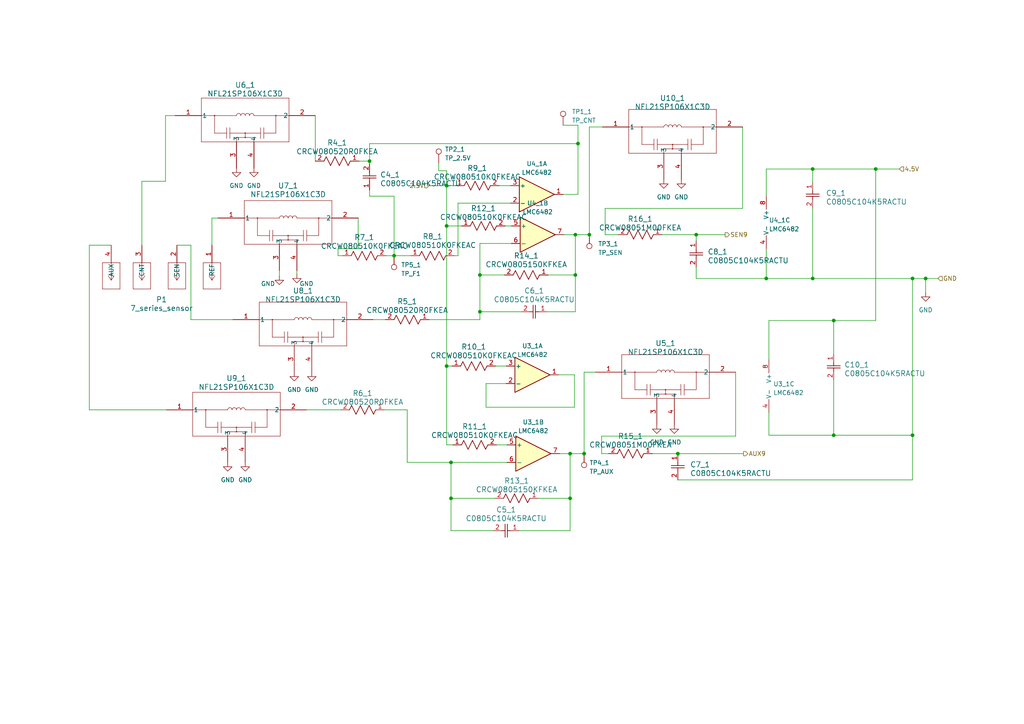
<source format=kicad_sch>
(kicad_sch (version 20230121) (generator eeschema)

  (uuid cfdcda5d-48cf-4305-badb-f3b16f6369ed)

  (paper "A4")

  (lib_symbols
    (symbol "2023-07-19_08-42-50:NFL21SP106X1C3D" (pin_names (offset 0.254)) (in_bom yes) (on_board yes)
      (property "Reference" "U" (at 20.32 10.16 0)
        (effects (font (size 1.524 1.524)))
      )
      (property "Value" "NFL21SP106X1C3D" (at 20.32 7.62 0)
        (effects (font (size 1.524 1.524)))
      )
      (property "Footprint" "GCAP_NFL21SP106X1C3D_MUR" (at 0 0 0)
        (effects (font (size 1.27 1.27) italic) hide)
      )
      (property "Datasheet" "NFL21SP106X1C3D" (at 0 0 0)
        (effects (font (size 1.27 1.27) italic) hide)
      )
      (property "ki_locked" "" (at 0 0 0)
        (effects (font (size 1.27 1.27)))
      )
      (property "ki_keywords" "NFL21SP106X1C3D" (at 0 0 0)
        (effects (font (size 1.27 1.27)) hide)
      )
      (property "ki_fp_filters" "GCAP_NFL21SP106X1C3D_MUR GCAP_NFL21SP106X1C3D_MUR-M GCAP_NFL21SP106X1C3D_MUR-L" (at 0 0 0)
        (effects (font (size 1.27 1.27)) hide)
      )
      (symbol "NFL21SP106X1C3D_0_1"
        (polyline
          (pts
            (xy 7.62 -7.62)
            (xy 33.02 -7.62)
          )
          (stroke (width 0.127) (type default))
          (fill (type none))
        )
        (polyline
          (pts
            (xy 7.62 0)
            (xy 17.78 0)
          )
          (stroke (width 0.127) (type default))
          (fill (type none))
        )
        (polyline
          (pts
            (xy 7.62 5.08)
            (xy 7.62 -7.62)
          )
          (stroke (width 0.127) (type default))
          (fill (type none))
        )
        (polyline
          (pts
            (xy 11.43 -5.08)
            (xy 14.9225 -5.08)
          )
          (stroke (width 0.127) (type default))
          (fill (type none))
        )
        (polyline
          (pts
            (xy 11.43 0)
            (xy 11.43 -5.08)
          )
          (stroke (width 0.127) (type default))
          (fill (type none))
        )
        (polyline
          (pts
            (xy 14.9225 -3.4925)
            (xy 14.9225 -6.6675)
          )
          (stroke (width 0.127) (type default))
          (fill (type none))
        )
        (polyline
          (pts
            (xy 15.875 -6.6675)
            (xy 15.875 -3.4925)
          )
          (stroke (width 0.127) (type default))
          (fill (type none))
        )
        (polyline
          (pts
            (xy 17.78 -6.35)
            (xy 17.78 -7.62)
          )
          (stroke (width 0.127) (type default))
          (fill (type none))
        )
        (polyline
          (pts
            (xy 17.78 -6.35)
            (xy 22.86 -6.35)
          )
          (stroke (width 0.127) (type default))
          (fill (type none))
        )
        (polyline
          (pts
            (xy 20.32 -6.35)
            (xy 20.32 -5.08)
          )
          (stroke (width 0.127) (type default))
          (fill (type none))
        )
        (polyline
          (pts
            (xy 22.86 -6.35)
            (xy 22.86 -7.62)
          )
          (stroke (width 0.127) (type default))
          (fill (type none))
        )
        (polyline
          (pts
            (xy 22.86 0)
            (xy 33.02 0)
          )
          (stroke (width 0.127) (type default))
          (fill (type none))
        )
        (polyline
          (pts
            (xy 24.765 -5.08)
            (xy 15.875 -5.08)
          )
          (stroke (width 0.127) (type default))
          (fill (type none))
        )
        (polyline
          (pts
            (xy 24.765 -3.4925)
            (xy 24.765 -6.6675)
          )
          (stroke (width 0.127) (type default))
          (fill (type none))
        )
        (polyline
          (pts
            (xy 25.7175 -5.08)
            (xy 29.21 -5.08)
          )
          (stroke (width 0.127) (type default))
          (fill (type none))
        )
        (polyline
          (pts
            (xy 25.7175 -3.4925)
            (xy 25.7175 -6.6675)
          )
          (stroke (width 0.127) (type default))
          (fill (type none))
        )
        (polyline
          (pts
            (xy 29.21 0)
            (xy 29.21 -5.08)
          )
          (stroke (width 0.127) (type default))
          (fill (type none))
        )
        (polyline
          (pts
            (xy 33.02 -7.62)
            (xy 33.02 5.08)
          )
          (stroke (width 0.127) (type default))
          (fill (type none))
        )
        (polyline
          (pts
            (xy 33.02 5.08)
            (xy 7.62 5.08)
          )
          (stroke (width 0.127) (type default))
          (fill (type none))
        )
        (circle (center 11.43 0) (radius 0.127)
          (stroke (width 0.127) (type default))
          (fill (type none))
        )
        (arc (start 19.05 0) (mid 18.415 0.6323) (end 17.78 0)
          (stroke (width 0.127) (type default))
          (fill (type none))
        )
        (circle (center 20.32 -6.35) (radius 0.127)
          (stroke (width 0.127) (type default))
          (fill (type none))
        )
        (circle (center 20.32 -5.08) (radius 0.127)
          (stroke (width 0.127) (type default))
          (fill (type none))
        )
        (arc (start 20.32 0) (mid 19.685 0.6323) (end 19.05 0)
          (stroke (width 0.127) (type default))
          (fill (type none))
        )
        (arc (start 21.59 0) (mid 20.955 0.6323) (end 20.32 0)
          (stroke (width 0.127) (type default))
          (fill (type none))
        )
        (arc (start 22.86 0) (mid 22.225 0.6323) (end 21.59 0)
          (stroke (width 0.127) (type default))
          (fill (type none))
        )
        (circle (center 29.21 0) (radius 0.127)
          (stroke (width 0.127) (type default))
          (fill (type none))
        )
        (pin unspecified line (at 0 0 0) (length 7.62)
          (name "1" (effects (font (size 1.27 1.27))))
          (number "1" (effects (font (size 1.27 1.27))))
        )
        (pin unspecified line (at 40.64 0 180) (length 7.62)
          (name "2" (effects (font (size 1.27 1.27))))
          (number "2" (effects (font (size 1.27 1.27))))
        )
        (pin unspecified line (at 17.78 -15.24 90) (length 7.62)
          (name "3" (effects (font (size 1.27 1.27))))
          (number "3" (effects (font (size 1.27 1.27))))
        )
        (pin unspecified line (at 22.86 -15.24 90) (length 7.62)
          (name "4" (effects (font (size 1.27 1.27))))
          (number "4" (effects (font (size 1.27 1.27))))
        )
      )
    )
    (symbol "7_series_sensor:7_series_sensor" (pin_names (offset 0.254)) (in_bom yes) (on_board yes)
      (property "Reference" "J" (at 8.89 6.35 0)
        (effects (font (size 1.524 1.524)))
      )
      (property "Value" "7_series_sensor" (at -2.54 6.35 0)
        (effects (font (size 1.524 1.524)))
      )
      (property "Footprint" "CONN_0331-0-15-15-18-14-10-0_MIM" (at 1.27 -5.08 0)
        (effects (font (size 1.27 1.27) italic) hide)
      )
      (property "Datasheet" "0331-0-15-15-18-14-10-0" (at 1.27 -2.54 0)
        (effects (font (size 1.27 1.27) italic) hide)
      )
      (property "ki_locked" "" (at 0 0 0)
        (effects (font (size 1.27 1.27)))
      )
      (property "ki_keywords" "0331-0-15-15-18-14-10-0" (at 0 0 0)
        (effects (font (size 1.27 1.27)) hide)
      )
      (property "ki_fp_filters" "CONN_0331-0-15-15-18-14-10-0_MIM" (at 0 0 0)
        (effects (font (size 1.27 1.27)) hide)
      )
      (symbol "7_series_sensor_1_1"
        (polyline
          (pts
            (xy -36.83 7.62)
            (xy -31.75 7.62)
          )
          (stroke (width 0.127) (type default))
          (fill (type none))
        )
        (polyline
          (pts
            (xy -36.83 15.24)
            (xy -36.83 7.62)
          )
          (stroke (width 0.127) (type default))
          (fill (type none))
        )
        (polyline
          (pts
            (xy -34.29 10.16)
            (xy -35.1367 11.43)
          )
          (stroke (width 0.127) (type default))
          (fill (type none))
        )
        (polyline
          (pts
            (xy -34.29 10.16)
            (xy -34.29 15.24)
          )
          (stroke (width 0.127) (type default))
          (fill (type none))
        )
        (polyline
          (pts
            (xy -34.29 10.16)
            (xy -33.4433 11.43)
          )
          (stroke (width 0.127) (type default))
          (fill (type none))
        )
        (polyline
          (pts
            (xy -31.75 7.62)
            (xy -31.75 15.24)
          )
          (stroke (width 0.127) (type default))
          (fill (type none))
        )
        (polyline
          (pts
            (xy -31.75 15.24)
            (xy -36.83 15.24)
          )
          (stroke (width 0.127) (type default))
          (fill (type none))
        )
        (polyline
          (pts
            (xy -27.94 7.62)
            (xy -22.86 7.62)
          )
          (stroke (width 0.127) (type default))
          (fill (type none))
        )
        (polyline
          (pts
            (xy -27.94 15.24)
            (xy -27.94 7.62)
          )
          (stroke (width 0.127) (type default))
          (fill (type none))
        )
        (polyline
          (pts
            (xy -25.4 10.16)
            (xy -26.2467 11.43)
          )
          (stroke (width 0.127) (type default))
          (fill (type none))
        )
        (polyline
          (pts
            (xy -25.4 10.16)
            (xy -25.4 15.24)
          )
          (stroke (width 0.127) (type default))
          (fill (type none))
        )
        (polyline
          (pts
            (xy -25.4 10.16)
            (xy -24.5533 11.43)
          )
          (stroke (width 0.127) (type default))
          (fill (type none))
        )
        (polyline
          (pts
            (xy -22.86 7.62)
            (xy -22.86 15.24)
          )
          (stroke (width 0.127) (type default))
          (fill (type none))
        )
        (polyline
          (pts
            (xy -22.86 15.24)
            (xy -27.94 15.24)
          )
          (stroke (width 0.127) (type default))
          (fill (type none))
        )
        (polyline
          (pts
            (xy -17.78 7.62)
            (xy -12.7 7.62)
          )
          (stroke (width 0.127) (type default))
          (fill (type none))
        )
        (polyline
          (pts
            (xy -17.78 15.24)
            (xy -17.78 7.62)
          )
          (stroke (width 0.127) (type default))
          (fill (type none))
        )
        (polyline
          (pts
            (xy -15.24 10.16)
            (xy -16.0867 11.43)
          )
          (stroke (width 0.127) (type default))
          (fill (type none))
        )
        (polyline
          (pts
            (xy -15.24 10.16)
            (xy -15.24 15.24)
          )
          (stroke (width 0.127) (type default))
          (fill (type none))
        )
        (polyline
          (pts
            (xy -15.24 10.16)
            (xy -14.3933 11.43)
          )
          (stroke (width 0.127) (type default))
          (fill (type none))
        )
        (polyline
          (pts
            (xy -12.7 7.62)
            (xy -12.7 15.24)
          )
          (stroke (width 0.127) (type default))
          (fill (type none))
        )
        (polyline
          (pts
            (xy -12.7 15.24)
            (xy -17.78 15.24)
          )
          (stroke (width 0.127) (type default))
          (fill (type none))
        )
        (polyline
          (pts
            (xy -7.62 7.62)
            (xy -2.54 7.62)
          )
          (stroke (width 0.127) (type default))
          (fill (type none))
        )
        (polyline
          (pts
            (xy -7.62 15.24)
            (xy -7.62 7.62)
          )
          (stroke (width 0.127) (type default))
          (fill (type none))
        )
        (polyline
          (pts
            (xy -5.08 10.16)
            (xy -5.9267 11.43)
          )
          (stroke (width 0.127) (type default))
          (fill (type none))
        )
        (polyline
          (pts
            (xy -5.08 10.16)
            (xy -5.08 15.24)
          )
          (stroke (width 0.127) (type default))
          (fill (type none))
        )
        (polyline
          (pts
            (xy -5.08 10.16)
            (xy -4.2333 11.43)
          )
          (stroke (width 0.127) (type default))
          (fill (type none))
        )
        (polyline
          (pts
            (xy -2.54 7.62)
            (xy -2.54 15.24)
          )
          (stroke (width 0.127) (type default))
          (fill (type none))
        )
        (polyline
          (pts
            (xy -2.54 15.24)
            (xy -7.62 15.24)
          )
          (stroke (width 0.127) (type default))
          (fill (type none))
        )
        (pin bidirectional line (at -5.08 20.32 270) (length 5.08)
          (name "REF" (effects (font (size 1.27 1.27))))
          (number "1" (effects (font (size 1.27 1.27))))
        )
        (pin bidirectional line (at -15.24 20.32 270) (length 5.08)
          (name "SEN" (effects (font (size 1.27 1.27))))
          (number "2" (effects (font (size 1.27 1.27))))
        )
        (pin bidirectional line (at -25.4 20.32 270) (length 5.08)
          (name "CNT" (effects (font (size 1.27 1.27))))
          (number "3" (effects (font (size 1.27 1.27))))
        )
        (pin bidirectional line (at -34.29 20.32 270) (length 5.08)
          (name "AUX" (effects (font (size 1.27 1.27))))
          (number "4" (effects (font (size 1.27 1.27))))
        )
      )
      (symbol "7_series_sensor_1_2"
        (polyline
          (pts
            (xy 5.08 -2.54)
            (xy 12.7 -2.54)
          )
          (stroke (width 0.127) (type default))
          (fill (type none))
        )
        (polyline
          (pts
            (xy 5.08 2.54)
            (xy 5.08 -2.54)
          )
          (stroke (width 0.127) (type default))
          (fill (type none))
        )
        (polyline
          (pts
            (xy 7.62 0)
            (xy 5.08 0)
          )
          (stroke (width 0.127) (type default))
          (fill (type none))
        )
        (polyline
          (pts
            (xy 7.62 0)
            (xy 8.89 -0.8467)
          )
          (stroke (width 0.127) (type default))
          (fill (type none))
        )
        (polyline
          (pts
            (xy 7.62 0)
            (xy 8.89 0.8467)
          )
          (stroke (width 0.127) (type default))
          (fill (type none))
        )
        (polyline
          (pts
            (xy 12.7 -2.54)
            (xy 12.7 2.54)
          )
          (stroke (width 0.127) (type default))
          (fill (type none))
        )
        (polyline
          (pts
            (xy 12.7 2.54)
            (xy 5.08 2.54)
          )
          (stroke (width 0.127) (type default))
          (fill (type none))
        )
        (pin unspecified line (at 0 0 0) (length 5.08)
          (name "1" (effects (font (size 1.27 1.27))))
          (number "1" (effects (font (size 1.27 1.27))))
        )
      )
    )
    (symbol "Amplifier_Operational:LMC6482" (pin_names (offset 0.127)) (in_bom yes) (on_board yes)
      (property "Reference" "U" (at 0 5.08 0)
        (effects (font (size 1.27 1.27)) (justify left))
      )
      (property "Value" "LMC6482" (at 0 -5.08 0)
        (effects (font (size 1.27 1.27)) (justify left))
      )
      (property "Footprint" "" (at 0 0 0)
        (effects (font (size 1.27 1.27)) hide)
      )
      (property "Datasheet" "http://www.ti.com/lit/ds/symlink/lmc6482.pdf" (at 0 0 0)
        (effects (font (size 1.27 1.27)) hide)
      )
      (property "ki_locked" "" (at 0 0 0)
        (effects (font (size 1.27 1.27)))
      )
      (property "ki_keywords" "dual opamp" (at 0 0 0)
        (effects (font (size 1.27 1.27)) hide)
      )
      (property "ki_description" "Dual CMOS Rail-to-Rail Input and Output Operational Amplifier, DIP-8/SOIC-8, SSOP-8" (at 0 0 0)
        (effects (font (size 1.27 1.27)) hide)
      )
      (property "ki_fp_filters" "SOIC*3.9x4.9mm*P1.27mm* DIP*W7.62mm* TO*99* OnSemi*Micro8* TSSOP*3x3mm*P0.65mm* TSSOP*4.4x3mm*P0.65mm* MSOP*3x3mm*P0.65mm* SSOP*3.9x4.9mm*P0.635mm* LFCSP*2x2mm*P0.5mm* *SIP* SOIC*5.3x6.2mm*P1.27mm*" (at 0 0 0)
        (effects (font (size 1.27 1.27)) hide)
      )
      (symbol "LMC6482_1_1"
        (polyline
          (pts
            (xy -5.08 5.08)
            (xy 5.08 0)
            (xy -5.08 -5.08)
            (xy -5.08 5.08)
          )
          (stroke (width 0.254) (type default))
          (fill (type background))
        )
        (pin output line (at 7.62 0 180) (length 2.54)
          (name "~" (effects (font (size 1.27 1.27))))
          (number "1" (effects (font (size 1.27 1.27))))
        )
        (pin input line (at -7.62 -2.54 0) (length 2.54)
          (name "-" (effects (font (size 1.27 1.27))))
          (number "2" (effects (font (size 1.27 1.27))))
        )
        (pin input line (at -7.62 2.54 0) (length 2.54)
          (name "+" (effects (font (size 1.27 1.27))))
          (number "3" (effects (font (size 1.27 1.27))))
        )
      )
      (symbol "LMC6482_2_1"
        (polyline
          (pts
            (xy -5.08 5.08)
            (xy 5.08 0)
            (xy -5.08 -5.08)
            (xy -5.08 5.08)
          )
          (stroke (width 0.254) (type default))
          (fill (type background))
        )
        (pin input line (at -7.62 2.54 0) (length 2.54)
          (name "+" (effects (font (size 1.27 1.27))))
          (number "5" (effects (font (size 1.27 1.27))))
        )
        (pin input line (at -7.62 -2.54 0) (length 2.54)
          (name "-" (effects (font (size 1.27 1.27))))
          (number "6" (effects (font (size 1.27 1.27))))
        )
        (pin output line (at 7.62 0 180) (length 2.54)
          (name "~" (effects (font (size 1.27 1.27))))
          (number "7" (effects (font (size 1.27 1.27))))
        )
      )
      (symbol "LMC6482_3_1"
        (pin power_in line (at -2.54 -7.62 90) (length 3.81)
          (name "V-" (effects (font (size 1.27 1.27))))
          (number "4" (effects (font (size 1.27 1.27))))
        )
        (pin power_in line (at -2.54 7.62 270) (length 3.81)
          (name "V+" (effects (font (size 1.27 1.27))))
          (number "8" (effects (font (size 1.27 1.27))))
        )
      )
    )
    (symbol "Connector:TestPoint" (pin_numbers hide) (pin_names (offset 0.762) hide) (in_bom yes) (on_board yes)
      (property "Reference" "TP" (at 0 6.858 0)
        (effects (font (size 1.27 1.27)))
      )
      (property "Value" "TestPoint" (at 0 5.08 0)
        (effects (font (size 1.27 1.27)))
      )
      (property "Footprint" "" (at 5.08 0 0)
        (effects (font (size 1.27 1.27)) hide)
      )
      (property "Datasheet" "~" (at 5.08 0 0)
        (effects (font (size 1.27 1.27)) hide)
      )
      (property "ki_keywords" "test point tp" (at 0 0 0)
        (effects (font (size 1.27 1.27)) hide)
      )
      (property "ki_description" "test point" (at 0 0 0)
        (effects (font (size 1.27 1.27)) hide)
      )
      (property "ki_fp_filters" "Pin* Test*" (at 0 0 0)
        (effects (font (size 1.27 1.27)) hide)
      )
      (symbol "TestPoint_0_1"
        (circle (center 0 3.302) (radius 0.762)
          (stroke (width 0) (type default))
          (fill (type none))
        )
      )
      (symbol "TestPoint_1_1"
        (pin passive line (at 0 0 90) (length 2.54)
          (name "1" (effects (font (size 1.27 1.27))))
          (number "1" (effects (font (size 1.27 1.27))))
        )
      )
    )
    (symbol "Vishay_10k:CRCW080510K0FKEAC" (pin_names (offset 0.254)) (in_bom yes) (on_board yes)
      (property "Reference" "R" (at 5.715 3.81 0)
        (effects (font (size 1.524 1.524)))
      )
      (property "Value" "CRCW080510K0FKEAC" (at 6.35 -3.81 0)
        (effects (font (size 1.524 1.524)))
      )
      (property "Footprint" "RES_CRCW_0805_VIS" (at 0 0 0)
        (effects (font (size 1.27 1.27) italic) hide)
      )
      (property "Datasheet" "CRCW080510K0FKEAC" (at 0 0 0)
        (effects (font (size 1.27 1.27) italic) hide)
      )
      (property "ki_locked" "" (at 0 0 0)
        (effects (font (size 1.27 1.27)))
      )
      (property "ki_keywords" "CRCW080510K0FKEAC" (at 0 0 0)
        (effects (font (size 1.27 1.27)) hide)
      )
      (property "ki_fp_filters" "RES_CRCW_0805_VIS RES_CRCW_0805_VIS-M RES_CRCW_0805_VIS-L" (at 0 0 0)
        (effects (font (size 1.27 1.27)) hide)
      )
      (symbol "CRCW080510K0FKEAC_1_1"
        (polyline
          (pts
            (xy 2.54 0)
            (xy 3.175 1.27)
          )
          (stroke (width 0.2032) (type default))
          (fill (type none))
        )
        (polyline
          (pts
            (xy 3.175 1.27)
            (xy 4.445 -1.27)
          )
          (stroke (width 0.2032) (type default))
          (fill (type none))
        )
        (polyline
          (pts
            (xy 4.445 -1.27)
            (xy 5.715 1.27)
          )
          (stroke (width 0.2032) (type default))
          (fill (type none))
        )
        (polyline
          (pts
            (xy 5.715 1.27)
            (xy 6.985 -1.27)
          )
          (stroke (width 0.2032) (type default))
          (fill (type none))
        )
        (polyline
          (pts
            (xy 6.985 -1.27)
            (xy 8.255 1.27)
          )
          (stroke (width 0.2032) (type default))
          (fill (type none))
        )
        (polyline
          (pts
            (xy 8.255 1.27)
            (xy 9.525 -1.27)
          )
          (stroke (width 0.2032) (type default))
          (fill (type none))
        )
        (polyline
          (pts
            (xy 9.525 -1.27)
            (xy 10.16 0)
          )
          (stroke (width 0.2032) (type default))
          (fill (type none))
        )
        (pin unspecified line (at 0 0 0) (length 2.54)
          (name "" (effects (font (size 1.27 1.27))))
          (number "1" (effects (font (size 1.27 1.27))))
        )
        (pin unspecified line (at 12.7 0 180) (length 2.54)
          (name "" (effects (font (size 1.27 1.27))))
          (number "2" (effects (font (size 1.27 1.27))))
        )
      )
      (symbol "CRCW080510K0FKEAC_1_2"
        (polyline
          (pts
            (xy -1.27 3.175)
            (xy 1.27 4.445)
          )
          (stroke (width 0.2032) (type default))
          (fill (type none))
        )
        (polyline
          (pts
            (xy -1.27 5.715)
            (xy 1.27 6.985)
          )
          (stroke (width 0.2032) (type default))
          (fill (type none))
        )
        (polyline
          (pts
            (xy -1.27 8.255)
            (xy 1.27 9.525)
          )
          (stroke (width 0.2032) (type default))
          (fill (type none))
        )
        (polyline
          (pts
            (xy 0 2.54)
            (xy -1.27 3.175)
          )
          (stroke (width 0.2032) (type default))
          (fill (type none))
        )
        (polyline
          (pts
            (xy 1.27 4.445)
            (xy -1.27 5.715)
          )
          (stroke (width 0.2032) (type default))
          (fill (type none))
        )
        (polyline
          (pts
            (xy 1.27 6.985)
            (xy -1.27 8.255)
          )
          (stroke (width 0.2032) (type default))
          (fill (type none))
        )
        (polyline
          (pts
            (xy 1.27 9.525)
            (xy 0 10.16)
          )
          (stroke (width 0.2032) (type default))
          (fill (type none))
        )
        (pin unspecified line (at 0 12.7 270) (length 2.54)
          (name "" (effects (font (size 1.27 1.27))))
          (number "1" (effects (font (size 1.27 1.27))))
        )
        (pin unspecified line (at 0 0 90) (length 2.54)
          (name "" (effects (font (size 1.27 1.27))))
          (number "2" (effects (font (size 1.27 1.27))))
        )
      )
    )
    (symbol "Vishay_150k:CRCW0805150KFKEA" (pin_names (offset 0.254)) (in_bom yes) (on_board yes)
      (property "Reference" "R" (at 5.715 3.81 0)
        (effects (font (size 1.524 1.524)))
      )
      (property "Value" "CRCW0805150KFKEA" (at 6.35 -3.81 0)
        (effects (font (size 1.524 1.524)))
      )
      (property "Footprint" "RC0805N_VIS" (at 0 0 0)
        (effects (font (size 1.27 1.27) italic) hide)
      )
      (property "Datasheet" "CRCW0805150KFKEA" (at 0 0 0)
        (effects (font (size 1.27 1.27) italic) hide)
      )
      (property "ki_locked" "" (at 0 0 0)
        (effects (font (size 1.27 1.27)))
      )
      (property "ki_keywords" "CRCW0805150KFKEA" (at 0 0 0)
        (effects (font (size 1.27 1.27)) hide)
      )
      (property "ki_fp_filters" "RC0805N_VIS RC0805N_VIS-M RC0805N_VIS-L" (at 0 0 0)
        (effects (font (size 1.27 1.27)) hide)
      )
      (symbol "CRCW0805150KFKEA_1_1"
        (polyline
          (pts
            (xy 2.54 0)
            (xy 3.175 1.27)
          )
          (stroke (width 0.2032) (type default))
          (fill (type none))
        )
        (polyline
          (pts
            (xy 3.175 1.27)
            (xy 4.445 -1.27)
          )
          (stroke (width 0.2032) (type default))
          (fill (type none))
        )
        (polyline
          (pts
            (xy 4.445 -1.27)
            (xy 5.715 1.27)
          )
          (stroke (width 0.2032) (type default))
          (fill (type none))
        )
        (polyline
          (pts
            (xy 5.715 1.27)
            (xy 6.985 -1.27)
          )
          (stroke (width 0.2032) (type default))
          (fill (type none))
        )
        (polyline
          (pts
            (xy 6.985 -1.27)
            (xy 8.255 1.27)
          )
          (stroke (width 0.2032) (type default))
          (fill (type none))
        )
        (polyline
          (pts
            (xy 8.255 1.27)
            (xy 9.525 -1.27)
          )
          (stroke (width 0.2032) (type default))
          (fill (type none))
        )
        (polyline
          (pts
            (xy 9.525 -1.27)
            (xy 10.16 0)
          )
          (stroke (width 0.2032) (type default))
          (fill (type none))
        )
        (pin unspecified line (at 12.7 0 180) (length 2.54)
          (name "" (effects (font (size 1.27 1.27))))
          (number "1" (effects (font (size 1.27 1.27))))
        )
        (pin unspecified line (at 0 0 0) (length 2.54)
          (name "" (effects (font (size 1.27 1.27))))
          (number "2" (effects (font (size 1.27 1.27))))
        )
      )
      (symbol "CRCW0805150KFKEA_1_2"
        (polyline
          (pts
            (xy -1.27 3.175)
            (xy 1.27 4.445)
          )
          (stroke (width 0.2032) (type default))
          (fill (type none))
        )
        (polyline
          (pts
            (xy -1.27 5.715)
            (xy 1.27 6.985)
          )
          (stroke (width 0.2032) (type default))
          (fill (type none))
        )
        (polyline
          (pts
            (xy -1.27 8.255)
            (xy 1.27 9.525)
          )
          (stroke (width 0.2032) (type default))
          (fill (type none))
        )
        (polyline
          (pts
            (xy 0 2.54)
            (xy -1.27 3.175)
          )
          (stroke (width 0.2032) (type default))
          (fill (type none))
        )
        (polyline
          (pts
            (xy 1.27 4.445)
            (xy -1.27 5.715)
          )
          (stroke (width 0.2032) (type default))
          (fill (type none))
        )
        (polyline
          (pts
            (xy 1.27 6.985)
            (xy -1.27 8.255)
          )
          (stroke (width 0.2032) (type default))
          (fill (type none))
        )
        (polyline
          (pts
            (xy 1.27 9.525)
            (xy 0 10.16)
          )
          (stroke (width 0.2032) (type default))
          (fill (type none))
        )
        (pin unspecified line (at 0 12.7 270) (length 2.54)
          (name "" (effects (font (size 1.27 1.27))))
          (number "1" (effects (font (size 1.27 1.27))))
        )
        (pin unspecified line (at 0 0 90) (length 2.54)
          (name "" (effects (font (size 1.27 1.27))))
          (number "2" (effects (font (size 1.27 1.27))))
        )
      )
    )
    (symbol "Vishay_1M:CRCW08051M00FKEA" (pin_names (offset 0.254)) (in_bom yes) (on_board yes)
      (property "Reference" "R" (at 5.715 3.81 0)
        (effects (font (size 1.524 1.524)))
      )
      (property "Value" "CRCW08051M00FKEA" (at 6.35 -3.81 0)
        (effects (font (size 1.524 1.524)))
      )
      (property "Footprint" "RES_CRCW_0805" (at 0 0 0)
        (effects (font (size 1.27 1.27) italic) hide)
      )
      (property "Datasheet" "CRCW08051M00FKEA" (at 0 0 0)
        (effects (font (size 1.27 1.27) italic) hide)
      )
      (property "ki_locked" "" (at 0 0 0)
        (effects (font (size 1.27 1.27)))
      )
      (property "ki_keywords" "CRCW08051M00FKEA" (at 0 0 0)
        (effects (font (size 1.27 1.27)) hide)
      )
      (property "ki_fp_filters" "RES_CRCW_0805 RES_CRCW_0805-M RES_CRCW_0805-L" (at 0 0 0)
        (effects (font (size 1.27 1.27)) hide)
      )
      (symbol "CRCW08051M00FKEA_1_1"
        (polyline
          (pts
            (xy 2.54 0)
            (xy 3.175 1.27)
          )
          (stroke (width 0.2032) (type default))
          (fill (type none))
        )
        (polyline
          (pts
            (xy 3.175 1.27)
            (xy 4.445 -1.27)
          )
          (stroke (width 0.2032) (type default))
          (fill (type none))
        )
        (polyline
          (pts
            (xy 4.445 -1.27)
            (xy 5.715 1.27)
          )
          (stroke (width 0.2032) (type default))
          (fill (type none))
        )
        (polyline
          (pts
            (xy 5.715 1.27)
            (xy 6.985 -1.27)
          )
          (stroke (width 0.2032) (type default))
          (fill (type none))
        )
        (polyline
          (pts
            (xy 6.985 -1.27)
            (xy 8.255 1.27)
          )
          (stroke (width 0.2032) (type default))
          (fill (type none))
        )
        (polyline
          (pts
            (xy 8.255 1.27)
            (xy 9.525 -1.27)
          )
          (stroke (width 0.2032) (type default))
          (fill (type none))
        )
        (polyline
          (pts
            (xy 9.525 -1.27)
            (xy 10.16 0)
          )
          (stroke (width 0.2032) (type default))
          (fill (type none))
        )
        (pin unspecified line (at 12.7 0 180) (length 2.54)
          (name "" (effects (font (size 1.27 1.27))))
          (number "1" (effects (font (size 1.27 1.27))))
        )
        (pin unspecified line (at 0 0 0) (length 2.54)
          (name "" (effects (font (size 1.27 1.27))))
          (number "2" (effects (font (size 1.27 1.27))))
        )
      )
      (symbol "CRCW08051M00FKEA_1_2"
        (polyline
          (pts
            (xy -1.27 3.175)
            (xy 1.27 4.445)
          )
          (stroke (width 0.2032) (type default))
          (fill (type none))
        )
        (polyline
          (pts
            (xy -1.27 5.715)
            (xy 1.27 6.985)
          )
          (stroke (width 0.2032) (type default))
          (fill (type none))
        )
        (polyline
          (pts
            (xy -1.27 8.255)
            (xy 1.27 9.525)
          )
          (stroke (width 0.2032) (type default))
          (fill (type none))
        )
        (polyline
          (pts
            (xy 0 2.54)
            (xy -1.27 3.175)
          )
          (stroke (width 0.2032) (type default))
          (fill (type none))
        )
        (polyline
          (pts
            (xy 1.27 4.445)
            (xy -1.27 5.715)
          )
          (stroke (width 0.2032) (type default))
          (fill (type none))
        )
        (polyline
          (pts
            (xy 1.27 6.985)
            (xy -1.27 8.255)
          )
          (stroke (width 0.2032) (type default))
          (fill (type none))
        )
        (polyline
          (pts
            (xy 1.27 9.525)
            (xy 0 10.16)
          )
          (stroke (width 0.2032) (type default))
          (fill (type none))
        )
        (pin unspecified line (at 0 12.7 270) (length 2.54)
          (name "" (effects (font (size 1.27 1.27))))
          (number "1" (effects (font (size 1.27 1.27))))
        )
        (pin unspecified line (at 0 0 90) (length 2.54)
          (name "" (effects (font (size 1.27 1.27))))
          (number "2" (effects (font (size 1.27 1.27))))
        )
      )
    )
    (symbol "Vishay_20R:CRCW080520R0FKEA" (pin_names (offset 0.254)) (in_bom yes) (on_board yes)
      (property "Reference" "R" (at 5.715 3.81 0)
        (effects (font (size 1.524 1.524)))
      )
      (property "Value" "CRCW080520R0FKEA" (at 6.35 -3.81 0)
        (effects (font (size 1.524 1.524)))
      )
      (property "Footprint" "RC0805N_VIS" (at 0 0 0)
        (effects (font (size 1.27 1.27) italic) hide)
      )
      (property "Datasheet" "CRCW080520R0FKEA" (at 0 0 0)
        (effects (font (size 1.27 1.27) italic) hide)
      )
      (property "ki_locked" "" (at 0 0 0)
        (effects (font (size 1.27 1.27)))
      )
      (property "ki_keywords" "CRCW080520R0FKEA" (at 0 0 0)
        (effects (font (size 1.27 1.27)) hide)
      )
      (property "ki_fp_filters" "RC0805N_VIS RC0805N_VIS-M RC0805N_VIS-L" (at 0 0 0)
        (effects (font (size 1.27 1.27)) hide)
      )
      (symbol "CRCW080520R0FKEA_1_1"
        (polyline
          (pts
            (xy 2.54 0)
            (xy 3.175 1.27)
          )
          (stroke (width 0.2032) (type default))
          (fill (type none))
        )
        (polyline
          (pts
            (xy 3.175 1.27)
            (xy 4.445 -1.27)
          )
          (stroke (width 0.2032) (type default))
          (fill (type none))
        )
        (polyline
          (pts
            (xy 4.445 -1.27)
            (xy 5.715 1.27)
          )
          (stroke (width 0.2032) (type default))
          (fill (type none))
        )
        (polyline
          (pts
            (xy 5.715 1.27)
            (xy 6.985 -1.27)
          )
          (stroke (width 0.2032) (type default))
          (fill (type none))
        )
        (polyline
          (pts
            (xy 6.985 -1.27)
            (xy 8.255 1.27)
          )
          (stroke (width 0.2032) (type default))
          (fill (type none))
        )
        (polyline
          (pts
            (xy 8.255 1.27)
            (xy 9.525 -1.27)
          )
          (stroke (width 0.2032) (type default))
          (fill (type none))
        )
        (polyline
          (pts
            (xy 9.525 -1.27)
            (xy 10.16 0)
          )
          (stroke (width 0.2032) (type default))
          (fill (type none))
        )
        (pin unspecified line (at 12.7 0 180) (length 2.54)
          (name "" (effects (font (size 1.27 1.27))))
          (number "1" (effects (font (size 1.27 1.27))))
        )
        (pin unspecified line (at 0 0 0) (length 2.54)
          (name "" (effects (font (size 1.27 1.27))))
          (number "2" (effects (font (size 1.27 1.27))))
        )
      )
      (symbol "CRCW080520R0FKEA_1_2"
        (polyline
          (pts
            (xy -1.27 3.175)
            (xy 1.27 4.445)
          )
          (stroke (width 0.2032) (type default))
          (fill (type none))
        )
        (polyline
          (pts
            (xy -1.27 5.715)
            (xy 1.27 6.985)
          )
          (stroke (width 0.2032) (type default))
          (fill (type none))
        )
        (polyline
          (pts
            (xy -1.27 8.255)
            (xy 1.27 9.525)
          )
          (stroke (width 0.2032) (type default))
          (fill (type none))
        )
        (polyline
          (pts
            (xy 0 2.54)
            (xy -1.27 3.175)
          )
          (stroke (width 0.2032) (type default))
          (fill (type none))
        )
        (polyline
          (pts
            (xy 1.27 4.445)
            (xy -1.27 5.715)
          )
          (stroke (width 0.2032) (type default))
          (fill (type none))
        )
        (polyline
          (pts
            (xy 1.27 6.985)
            (xy -1.27 8.255)
          )
          (stroke (width 0.2032) (type default))
          (fill (type none))
        )
        (polyline
          (pts
            (xy 1.27 9.525)
            (xy 0 10.16)
          )
          (stroke (width 0.2032) (type default))
          (fill (type none))
        )
        (pin unspecified line (at 0 12.7 270) (length 2.54)
          (name "" (effects (font (size 1.27 1.27))))
          (number "1" (effects (font (size 1.27 1.27))))
        )
        (pin unspecified line (at 0 0 90) (length 2.54)
          (name "" (effects (font (size 1.27 1.27))))
          (number "2" (effects (font (size 1.27 1.27))))
        )
      )
    )
    (symbol "kemet_0.1uf:C0805C104K5RACTU" (pin_names (offset 0.254)) (in_bom yes) (on_board yes)
      (property "Reference" "C" (at 3.81 3.81 0)
        (effects (font (size 1.524 1.524)))
      )
      (property "Value" "C0805C104K5RACTU" (at 3.81 -3.81 0)
        (effects (font (size 1.524 1.524)))
      )
      (property "Footprint" "CAPC220145_88N_KEM" (at 0 0 0)
        (effects (font (size 1.27 1.27) italic) hide)
      )
      (property "Datasheet" "C0805C104K5RACTU" (at 0 0 0)
        (effects (font (size 1.27 1.27) italic) hide)
      )
      (property "ki_locked" "" (at 0 0 0)
        (effects (font (size 1.27 1.27)))
      )
      (property "ki_keywords" "C0805C104K5RACTU" (at 0 0 0)
        (effects (font (size 1.27 1.27)) hide)
      )
      (property "ki_fp_filters" "CAPC220145_88N_KEM CAPC220145_88N_KEM-M CAPC220145_88N_KEM-L" (at 0 0 0)
        (effects (font (size 1.27 1.27)) hide)
      )
      (symbol "C0805C104K5RACTU_1_1"
        (polyline
          (pts
            (xy 2.54 0)
            (xy 3.4798 0)
          )
          (stroke (width 0.2032) (type default))
          (fill (type none))
        )
        (polyline
          (pts
            (xy 3.4798 -1.905)
            (xy 3.4798 1.905)
          )
          (stroke (width 0.2032) (type default))
          (fill (type none))
        )
        (polyline
          (pts
            (xy 4.1148 -1.905)
            (xy 4.1148 1.905)
          )
          (stroke (width 0.2032) (type default))
          (fill (type none))
        )
        (polyline
          (pts
            (xy 4.1148 0)
            (xy 5.08 0)
          )
          (stroke (width 0.2032) (type default))
          (fill (type none))
        )
        (pin unspecified line (at 0 0 0) (length 2.54)
          (name "" (effects (font (size 1.27 1.27))))
          (number "1" (effects (font (size 1.27 1.27))))
        )
        (pin unspecified line (at 7.62 0 180) (length 2.54)
          (name "" (effects (font (size 1.27 1.27))))
          (number "2" (effects (font (size 1.27 1.27))))
        )
      )
      (symbol "C0805C104K5RACTU_1_2"
        (polyline
          (pts
            (xy -1.905 -4.1148)
            (xy 1.905 -4.1148)
          )
          (stroke (width 0.2032) (type default))
          (fill (type none))
        )
        (polyline
          (pts
            (xy -1.905 -3.4798)
            (xy 1.905 -3.4798)
          )
          (stroke (width 0.2032) (type default))
          (fill (type none))
        )
        (polyline
          (pts
            (xy 0 -4.1148)
            (xy 0 -5.08)
          )
          (stroke (width 0.2032) (type default))
          (fill (type none))
        )
        (polyline
          (pts
            (xy 0 -2.54)
            (xy 0 -3.4798)
          )
          (stroke (width 0.2032) (type default))
          (fill (type none))
        )
        (pin unspecified line (at 0 0 270) (length 2.54)
          (name "" (effects (font (size 1.27 1.27))))
          (number "1" (effects (font (size 1.27 1.27))))
        )
        (pin unspecified line (at 0 -7.62 90) (length 2.54)
          (name "" (effects (font (size 1.27 1.27))))
          (number "2" (effects (font (size 1.27 1.27))))
        )
      )
    )
    (symbol "power:GND" (power) (pin_names (offset 0)) (in_bom yes) (on_board yes)
      (property "Reference" "#PWR" (at 0 -6.35 0)
        (effects (font (size 1.27 1.27)) hide)
      )
      (property "Value" "GND" (at 0 -3.81 0)
        (effects (font (size 1.27 1.27)))
      )
      (property "Footprint" "" (at 0 0 0)
        (effects (font (size 1.27 1.27)) hide)
      )
      (property "Datasheet" "" (at 0 0 0)
        (effects (font (size 1.27 1.27)) hide)
      )
      (property "ki_keywords" "global power" (at 0 0 0)
        (effects (font (size 1.27 1.27)) hide)
      )
      (property "ki_description" "Power symbol creates a global label with name \"GND\" , ground" (at 0 0 0)
        (effects (font (size 1.27 1.27)) hide)
      )
      (symbol "GND_0_1"
        (polyline
          (pts
            (xy 0 0)
            (xy 0 -1.27)
            (xy 1.27 -1.27)
            (xy 0 -2.54)
            (xy -1.27 -1.27)
            (xy 0 -1.27)
          )
          (stroke (width 0) (type default))
          (fill (type none))
        )
      )
      (symbol "GND_1_1"
        (pin power_in line (at 0 0 270) (length 0) hide
          (name "GND" (effects (font (size 1.27 1.27))))
          (number "1" (effects (font (size 1.27 1.27))))
        )
      )
    )
  )

  (junction (at 107.188 46.736) (diameter 0) (color 0 0 0 0)
    (uuid 103cadcf-f259-4e5b-91cd-6dd6920df8ea)
  )
  (junction (at 169.418 131.572) (diameter 0) (color 0 0 0 0)
    (uuid 14649536-f825-44d6-a5ce-30c8aaee6c86)
  )
  (junction (at 129.54 65.532) (diameter 0) (color 0 0 0 0)
    (uuid 1c7c2c96-fb4c-43a8-8ffc-0a0383829dc6)
  )
  (junction (at 166.878 68.072) (diameter 0) (color 0 0 0 0)
    (uuid 2b7f9346-2bcf-4a2f-962b-e05ae22b0c4d)
  )
  (junction (at 166.878 79.756) (diameter 0) (color 0 0 0 0)
    (uuid 31a25b95-8ee1-4283-9b9c-221f1e1447a0)
  )
  (junction (at 222.25 80.772) (diameter 0) (color 0 0 0 0)
    (uuid 43cffbf1-148d-4f53-a351-852c072c6bdf)
  )
  (junction (at 129.54 53.848) (diameter 0) (color 0 0 0 0)
    (uuid 4a94178e-8c72-41e2-bd09-baf38c3b504c)
  )
  (junction (at 139.192 79.756) (diameter 0) (color 0 0 0 0)
    (uuid 63f4d0c5-fddd-4a3a-95ad-67e015fb86c4)
  )
  (junction (at 114.3 74.168) (diameter 0) (color 0 0 0 0)
    (uuid 83beae73-9d8e-45d5-9750-6e450080f81e)
  )
  (junction (at 264.668 80.772) (diameter 0) (color 0 0 0 0)
    (uuid 858334ec-48f9-46e9-aa22-8d9ece3dab75)
  )
  (junction (at 241.808 126.238) (diameter 0) (color 0 0 0 0)
    (uuid 8db22b8c-e3a0-458e-97b7-084d9271f644)
  )
  (junction (at 201.93 68.072) (diameter 0) (color 0 0 0 0)
    (uuid 916767ab-ddc8-43b1-acf7-103e314ccb06)
  )
  (junction (at 241.808 92.964) (diameter 0) (color 0 0 0 0)
    (uuid 945f7324-f5b8-4af2-8710-a4931c57086a)
  )
  (junction (at 130.81 144.526) (diameter 0) (color 0 0 0 0)
    (uuid 9f592aad-b175-475f-b0d4-9d599405a7a9)
  )
  (junction (at 139.192 90.424) (diameter 0) (color 0 0 0 0)
    (uuid 9fb0778d-bf4d-4262-9222-2560deac1d74)
  )
  (junction (at 264.668 126.238) (diameter 0) (color 0 0 0 0)
    (uuid a290c6da-c632-4c66-833d-4c7773390576)
  )
  (junction (at 165.354 131.572) (diameter 0) (color 0 0 0 0)
    (uuid adde4a19-28b4-49cc-a8ec-a62787fe2c2c)
  )
  (junction (at 235.712 80.772) (diameter 0) (color 0 0 0 0)
    (uuid c90f379c-9ac7-431d-9645-1f5fcaf0bb7d)
  )
  (junction (at 129.54 106.172) (diameter 0) (color 0 0 0 0)
    (uuid cbc675b4-13e1-43b3-8d05-4ea0676d019d)
  )
  (junction (at 170.942 68.072) (diameter 0) (color 0 0 0 0)
    (uuid d8fc6cf9-b16b-4997-b30d-711a7b985e6f)
  )
  (junction (at 130.81 134.112) (diameter 0) (color 0 0 0 0)
    (uuid ddb067f8-b536-4bfa-868e-09bb17780c29)
  )
  (junction (at 235.712 49.022) (diameter 0) (color 0 0 0 0)
    (uuid e7d12c44-7b69-4da6-87a5-21cd155a4ced)
  )
  (junction (at 165.354 144.526) (diameter 0) (color 0 0 0 0)
    (uuid edf9f278-a122-4923-89b2-567d25e40bb6)
  )
  (junction (at 254 49.022) (diameter 0) (color 0 0 0 0)
    (uuid ef280e33-a532-4ae3-a2a9-7157b2558139)
  )
  (junction (at 196.596 131.572) (diameter 0) (color 0 0 0 0)
    (uuid fbd60cc6-fa9a-475a-adfe-2d64313269ef)
  )
  (junction (at 268.478 80.772) (diameter 0) (color 0 0 0 0)
    (uuid fd7a7d6e-629c-4391-8c0b-9f2edb3f7dd3)
  )
  (junction (at 167.64 41.656) (diameter 0) (color 0 0 0 0)
    (uuid feb1cb37-5acc-4e81-add1-0743c5a59287)
  )

  (wire (pts (xy 223.012 119.634) (xy 223.012 126.238))
    (stroke (width 0) (type default))
    (uuid 021948a2-c261-4f09-8e2d-78074b6843ad)
  )
  (wire (pts (xy 129.54 65.532) (xy 129.54 106.172))
    (stroke (width 0) (type default))
    (uuid 05c2e7fe-d9c3-423c-bc9d-86c9a6c124a7)
  )
  (wire (pts (xy 48.006 33.528) (xy 48.006 52.578))
    (stroke (width 0) (type default))
    (uuid 0a49f12f-5caf-47e7-b2af-22c04afe31d5)
  )
  (wire (pts (xy 140.97 111.252) (xy 146.812 111.252))
    (stroke (width 0) (type default))
    (uuid 0bc8892f-38e3-40e8-a38f-dcb5ec16ec82)
  )
  (wire (pts (xy 129.54 53.848) (xy 129.54 65.532))
    (stroke (width 0) (type default))
    (uuid 0e93c5b4-6ef3-4ddd-b506-93c4630d0f52)
  )
  (wire (pts (xy 139.192 79.756) (xy 146.304 79.756))
    (stroke (width 0) (type default))
    (uuid 109b30d1-5235-4639-9bfa-084e023f8d79)
  )
  (wire (pts (xy 264.668 139.192) (xy 264.668 126.238))
    (stroke (width 0) (type default))
    (uuid 11ec3192-951e-42a0-a876-47c1d2dd7990)
  )
  (wire (pts (xy 107.188 55.118) (xy 107.188 56.896))
    (stroke (width 0) (type default))
    (uuid 1371208d-3cc3-40a0-b044-dba29e9d7501)
  )
  (wire (pts (xy 124.46 53.848) (xy 129.54 53.848))
    (stroke (width 0) (type default))
    (uuid 139282c6-7db4-4f1c-91f3-50d4af8148c7)
  )
  (wire (pts (xy 235.712 80.772) (xy 264.668 80.772))
    (stroke (width 0) (type default))
    (uuid 1544b70f-6d01-4666-a416-f7c20bda29ff)
  )
  (wire (pts (xy 61.468 63.246) (xy 61.468 71.12))
    (stroke (width 0) (type default))
    (uuid 15a8d583-11fe-491d-be6b-c5296f7c2048)
  )
  (wire (pts (xy 170.942 68.072) (xy 166.878 68.072))
    (stroke (width 0) (type default))
    (uuid 16c40867-ac7e-4439-8385-b1e199179fbd)
  )
  (wire (pts (xy 235.712 49.022) (xy 222.25 49.022))
    (stroke (width 0) (type default))
    (uuid 18d58d76-65f9-4ac0-8cfa-bc01e236f510)
  )
  (wire (pts (xy 170.942 36.83) (xy 170.942 68.072))
    (stroke (width 0) (type default))
    (uuid 194e03fb-a881-43ff-9723-dbeb15ae24c5)
  )
  (wire (pts (xy 166.624 108.712) (xy 166.624 118.11))
    (stroke (width 0) (type default))
    (uuid 19a32d5c-b57f-42cf-9482-8dd98ba6b601)
  )
  (wire (pts (xy 222.25 80.772) (xy 222.25 72.136))
    (stroke (width 0) (type default))
    (uuid 1a02f25b-6091-4d49-a1eb-94c6d0920021)
  )
  (wire (pts (xy 175.514 60.452) (xy 215.392 60.452))
    (stroke (width 0) (type default))
    (uuid 1b02e238-d8fa-47a1-abe4-c491c42307dc)
  )
  (wire (pts (xy 146.558 65.532) (xy 148.336 65.532))
    (stroke (width 0) (type default))
    (uuid 1c49c539-e4fc-4e05-8b5f-7fcd6523000b)
  )
  (wire (pts (xy 162.306 131.572) (xy 165.354 131.572))
    (stroke (width 0) (type default))
    (uuid 215ddff3-696c-4ad8-9c10-6cea47a65a06)
  )
  (wire (pts (xy 111.506 118.872) (xy 118.11 118.872))
    (stroke (width 0) (type default))
    (uuid 21fce92d-84fe-44b6-95ef-4d22993f6808)
  )
  (wire (pts (xy 91.44 33.528) (xy 91.44 46.736))
    (stroke (width 0) (type default))
    (uuid 24e5043a-0fb2-412c-b689-baaf2f413343)
  )
  (wire (pts (xy 104.14 46.736) (xy 107.188 46.736))
    (stroke (width 0) (type default))
    (uuid 2a7c7ccf-27df-4dc7-919d-01cdf1314776)
  )
  (wire (pts (xy 107.188 47.498) (xy 107.188 46.736))
    (stroke (width 0) (type default))
    (uuid 2ab749c3-e6e6-44bc-85c8-bdff03479e4a)
  )
  (wire (pts (xy 213.36 107.95) (xy 213.36 126.492))
    (stroke (width 0) (type default))
    (uuid 2d6b4fc6-930b-400d-b399-6d8b326863d1)
  )
  (wire (pts (xy 201.93 68.072) (xy 201.93 69.85))
    (stroke (width 0) (type default))
    (uuid 2dc21206-0214-4f1d-8c8f-4d6af998587b)
  )
  (wire (pts (xy 88.9 118.872) (xy 98.806 118.872))
    (stroke (width 0) (type default))
    (uuid 329f0094-62a2-408f-94a5-73b9fee5ad43)
  )
  (wire (pts (xy 254 49.022) (xy 235.712 49.022))
    (stroke (width 0) (type default))
    (uuid 3388999d-edf8-4942-b9c4-dd8762e250a0)
  )
  (wire (pts (xy 167.64 56.388) (xy 167.64 41.656))
    (stroke (width 0) (type default))
    (uuid 35167d09-43d9-4fcf-8644-f7e35a7cb734)
  )
  (wire (pts (xy 143.764 106.172) (xy 146.812 106.172))
    (stroke (width 0) (type default))
    (uuid 39451de8-134c-4231-8dd4-c37c382ffd3c)
  )
  (wire (pts (xy 130.81 144.526) (xy 143.51 144.526))
    (stroke (width 0) (type default))
    (uuid 3ab0b361-f3bf-406c-9a01-1e42843424ee)
  )
  (wire (pts (xy 175.514 60.452) (xy 175.514 68.072))
    (stroke (width 0) (type default))
    (uuid 3af40f6c-e0d3-42f3-8755-778e3b30f743)
  )
  (wire (pts (xy 223.012 126.238) (xy 241.808 126.238))
    (stroke (width 0) (type default))
    (uuid 3b7cedfd-fbd8-4c66-adea-827c9d0bfe15)
  )
  (wire (pts (xy 41.148 52.578) (xy 48.006 52.578))
    (stroke (width 0) (type default))
    (uuid 3ec81deb-5ee4-41ae-873d-f12445f2b220)
  )
  (wire (pts (xy 25.908 71.12) (xy 32.258 71.12))
    (stroke (width 0) (type default))
    (uuid 411a95ea-c79c-43ad-bc07-8695522448cb)
  )
  (wire (pts (xy 196.596 131.572) (xy 215.646 131.572))
    (stroke (width 0) (type default))
    (uuid 4204fef8-8f73-4ae7-b603-6023ab388803)
  )
  (wire (pts (xy 165.354 131.572) (xy 165.354 144.526))
    (stroke (width 0) (type default))
    (uuid 437ca4c2-b1e6-4236-b5c7-ca9315a341a7)
  )
  (wire (pts (xy 213.36 126.492) (xy 174.498 126.492))
    (stroke (width 0) (type default))
    (uuid 44d50de0-50b6-4812-81b0-80e636545dfd)
  )
  (wire (pts (xy 51.308 71.12) (xy 55.372 71.12))
    (stroke (width 0) (type default))
    (uuid 4529ea86-23f9-4251-9728-a087f31330d5)
  )
  (wire (pts (xy 222.25 49.022) (xy 222.25 56.896))
    (stroke (width 0) (type default))
    (uuid 453a1855-220c-425b-9be2-3d287c20a198)
  )
  (wire (pts (xy 25.908 118.872) (xy 48.26 118.872))
    (stroke (width 0) (type default))
    (uuid 45a41c64-2425-42e4-ad7a-9de0824476ab)
  )
  (wire (pts (xy 268.478 80.772) (xy 272.034 80.772))
    (stroke (width 0) (type default))
    (uuid 46a1680c-74a1-4b64-bebb-0af85caa3cd5)
  )
  (wire (pts (xy 129.54 129.032) (xy 129.54 106.172))
    (stroke (width 0) (type default))
    (uuid 4ad5dd30-7ec7-430b-9e8c-9c919f4f9832)
  )
  (wire (pts (xy 174.498 126.492) (xy 174.498 131.572))
    (stroke (width 0) (type default))
    (uuid 5127bb99-0c07-4bf6-b0e8-d212498ba024)
  )
  (wire (pts (xy 144.78 53.848) (xy 148.082 53.848))
    (stroke (width 0) (type default))
    (uuid 54329c05-b319-4e0f-98e8-564b01781f75)
  )
  (wire (pts (xy 139.192 90.424) (xy 139.192 92.71))
    (stroke (width 0) (type default))
    (uuid 5598285a-08e2-4e42-b19d-4aa8a2a916c6)
  )
  (wire (pts (xy 133.858 65.532) (xy 129.54 65.532))
    (stroke (width 0) (type default))
    (uuid 55a948d5-91d3-401f-a154-4bdb8e64d5de)
  )
  (wire (pts (xy 189.23 131.572) (xy 196.596 131.572))
    (stroke (width 0) (type default))
    (uuid 564fb4ff-dd3d-4ba4-9604-815a27057dbf)
  )
  (wire (pts (xy 55.372 71.12) (xy 55.372 92.71))
    (stroke (width 0) (type default))
    (uuid 5767b8cd-15e5-4e30-b13d-e807cf98843d)
  )
  (wire (pts (xy 264.668 126.238) (xy 264.668 80.772))
    (stroke (width 0) (type default))
    (uuid 5a81f7c6-c53d-495f-9835-162f544848b9)
  )
  (wire (pts (xy 166.878 68.072) (xy 163.576 68.072))
    (stroke (width 0) (type default))
    (uuid 5af3f040-3a9f-46bf-b205-2dd3d7589af2)
  )
  (wire (pts (xy 166.878 79.756) (xy 166.878 90.424))
    (stroke (width 0) (type default))
    (uuid 5b001a53-e0dc-4bc8-a441-d3723c0d98e5)
  )
  (wire (pts (xy 223.012 104.394) (xy 223.012 92.964))
    (stroke (width 0) (type default))
    (uuid 5d9cc470-29c9-4d45-8723-bb5422e67fda)
  )
  (wire (pts (xy 108.204 92.71) (xy 111.76 92.71))
    (stroke (width 0) (type default))
    (uuid 620500cd-30b1-43a4-bd91-63fa19d5324d)
  )
  (wire (pts (xy 103.886 63.246) (xy 103.886 72.136))
    (stroke (width 0) (type default))
    (uuid 62f57f4a-23c9-4cce-b1de-ddc385ee83bb)
  )
  (wire (pts (xy 165.354 144.526) (xy 165.354 153.924))
    (stroke (width 0) (type default))
    (uuid 636a9c1b-6647-4eea-bd1d-2d6a4c14ea81)
  )
  (wire (pts (xy 114.3 74.168) (xy 119.126 74.168))
    (stroke (width 0) (type default))
    (uuid 64e6a988-f01a-4804-a53a-021fd95ce6c6)
  )
  (wire (pts (xy 174.498 131.572) (xy 176.53 131.572))
    (stroke (width 0) (type default))
    (uuid 69c7e8cd-574f-4a01-8f69-9a0d0e989769)
  )
  (wire (pts (xy 192.024 68.072) (xy 201.93 68.072))
    (stroke (width 0) (type default))
    (uuid 6b9ddb4f-d032-4f74-ad55-6489998e80e2)
  )
  (wire (pts (xy 140.97 118.11) (xy 140.97 111.252))
    (stroke (width 0) (type default))
    (uuid 6d256b76-dcb3-4b4c-9ffb-214f73df3a4c)
  )
  (wire (pts (xy 175.514 68.072) (xy 179.324 68.072))
    (stroke (width 0) (type default))
    (uuid 6f238998-c8f0-433b-8005-6591767b3bd1)
  )
  (wire (pts (xy 131.064 106.172) (xy 129.54 106.172))
    (stroke (width 0) (type default))
    (uuid 719ee0a6-9c89-4833-8ba0-6c4ad7236b6c)
  )
  (wire (pts (xy 166.878 68.072) (xy 166.878 79.756))
    (stroke (width 0) (type default))
    (uuid 73cd06bb-050d-4c05-8714-914123878c25)
  )
  (wire (pts (xy 223.012 92.964) (xy 241.808 92.964))
    (stroke (width 0) (type default))
    (uuid 7db34ab6-d20b-41f4-ad87-39e935e5bea6)
  )
  (wire (pts (xy 162.052 108.712) (xy 166.624 108.712))
    (stroke (width 0) (type default))
    (uuid 7e83d3ff-ee55-459c-96b0-c8a8492def96)
  )
  (wire (pts (xy 196.596 139.192) (xy 264.668 139.192))
    (stroke (width 0) (type default))
    (uuid 7eaf157c-9242-4825-8f05-e7ba72a01a35)
  )
  (wire (pts (xy 215.392 36.83) (xy 215.392 60.452))
    (stroke (width 0) (type default))
    (uuid 8652d4b4-f83b-4afd-b749-21747b5ebd69)
  )
  (wire (pts (xy 127.254 47.244) (xy 127.254 49.53))
    (stroke (width 0) (type default))
    (uuid 87834859-1ea7-44c8-877a-7b42ed1c76ba)
  )
  (wire (pts (xy 169.418 107.95) (xy 169.418 131.572))
    (stroke (width 0) (type default))
    (uuid 88418b1f-bd67-407a-beaa-b28eea6d85a6)
  )
  (wire (pts (xy 112.014 74.168) (xy 114.3 74.168))
    (stroke (width 0) (type default))
    (uuid 88ad0f55-e6e7-42bd-9141-cb8d04e04413)
  )
  (wire (pts (xy 61.468 63.246) (xy 63.246 63.246))
    (stroke (width 0) (type default))
    (uuid 8952a501-6bf3-4263-80e2-83a01bd7a564)
  )
  (wire (pts (xy 260.858 49.022) (xy 254 49.022))
    (stroke (width 0) (type default))
    (uuid 89c4e25d-73ae-4779-8e86-2e8bba2100e6)
  )
  (wire (pts (xy 172.72 107.95) (xy 169.418 107.95))
    (stroke (width 0) (type default))
    (uuid 8cbd1948-9f10-46b6-8a67-dcb108e6f0fb)
  )
  (wire (pts (xy 158.75 90.424) (xy 166.878 90.424))
    (stroke (width 0) (type default))
    (uuid 8ceb45b2-b59e-4d86-8440-cd335c3c13ca)
  )
  (wire (pts (xy 118.11 134.112) (xy 130.81 134.112))
    (stroke (width 0) (type default))
    (uuid 8dca72e1-d100-4c38-bcf3-02d26036162a)
  )
  (wire (pts (xy 129.54 53.848) (xy 132.08 53.848))
    (stroke (width 0) (type default))
    (uuid 8f2b7c95-31e8-484e-840b-9a4be2094a6a)
  )
  (wire (pts (xy 107.188 41.656) (xy 167.64 41.656))
    (stroke (width 0) (type default))
    (uuid 94d68e6b-bda7-4ed7-923a-7437630a8be6)
  )
  (wire (pts (xy 130.81 134.112) (xy 147.066 134.112))
    (stroke (width 0) (type default))
    (uuid 958367a1-6dce-4031-ae8a-cc8dcb85bc32)
  )
  (wire (pts (xy 165.354 131.572) (xy 169.418 131.572))
    (stroke (width 0) (type default))
    (uuid 98402e2f-2afb-4544-906e-7afd4e4dd919)
  )
  (wire (pts (xy 156.21 144.526) (xy 165.354 144.526))
    (stroke (width 0) (type default))
    (uuid 98c5b921-cf7d-4151-aca3-e9b8b6b399f0)
  )
  (wire (pts (xy 103.886 72.136) (xy 98.044 72.136))
    (stroke (width 0) (type default))
    (uuid 998ea827-4c83-4c25-9501-ef3eb8439f12)
  )
  (wire (pts (xy 268.478 84.836) (xy 268.478 80.772))
    (stroke (width 0) (type default))
    (uuid 99f412d6-fdd7-4316-8c6c-e4b0eecf838d)
  )
  (wire (pts (xy 130.81 134.112) (xy 130.81 144.526))
    (stroke (width 0) (type default))
    (uuid 9a97d012-9340-4b42-8a7b-14d400181200)
  )
  (wire (pts (xy 144.018 129.032) (xy 147.066 129.032))
    (stroke (width 0) (type default))
    (uuid 9bc8289d-661e-4b23-8cc2-e39dd5bdd832)
  )
  (wire (pts (xy 241.808 92.964) (xy 254 92.964))
    (stroke (width 0) (type default))
    (uuid a0a54bbf-c127-4952-adf9-e71c811fb2f6)
  )
  (wire (pts (xy 41.148 71.12) (xy 41.148 52.578))
    (stroke (width 0) (type default))
    (uuid a3b0c7c8-a0ae-4709-9c0e-719ebdb38ddd)
  )
  (wire (pts (xy 81.026 78.486) (xy 81.026 80.01))
    (stroke (width 0) (type default))
    (uuid ae6036a7-2264-47a8-a018-35216b41562e)
  )
  (wire (pts (xy 25.908 71.12) (xy 25.908 118.872))
    (stroke (width 0) (type default))
    (uuid af008d3f-a6c2-435b-9db3-a644d7c35403)
  )
  (wire (pts (xy 241.808 110.236) (xy 241.808 126.238))
    (stroke (width 0) (type default))
    (uuid b05de824-febc-4cf0-a0c8-4885ff453380)
  )
  (wire (pts (xy 50.8 33.528) (xy 48.006 33.528))
    (stroke (width 0) (type default))
    (uuid b0e0f210-511c-4d06-890a-753d86d93bde)
  )
  (wire (pts (xy 167.64 36.322) (xy 167.64 41.656))
    (stroke (width 0) (type default))
    (uuid b0e6cfb8-6abb-42d2-a22e-eb64d1ad69aa)
  )
  (wire (pts (xy 129.54 49.53) (xy 129.54 53.848))
    (stroke (width 0) (type default))
    (uuid b11b4e60-6305-4312-8883-9dfd5ea54d9d)
  )
  (wire (pts (xy 129.54 129.032) (xy 131.318 129.032))
    (stroke (width 0) (type default))
    (uuid b49f806e-c98a-47db-8775-4ddaf0caf7cb)
  )
  (wire (pts (xy 201.93 80.772) (xy 222.25 80.772))
    (stroke (width 0) (type default))
    (uuid b54efd35-d275-484e-a28c-d9b744ecae84)
  )
  (wire (pts (xy 139.192 79.756) (xy 139.192 90.424))
    (stroke (width 0) (type default))
    (uuid b8cac5dd-0748-4345-a258-c7bb8252e238)
  )
  (wire (pts (xy 132.842 58.928) (xy 132.842 74.168))
    (stroke (width 0) (type default))
    (uuid b968e2ca-0de9-4944-99c8-a156f1c59eff)
  )
  (wire (pts (xy 254 49.022) (xy 254 92.964))
    (stroke (width 0) (type default))
    (uuid bb06c5fc-6e36-41a7-873e-dff876386c04)
  )
  (wire (pts (xy 124.46 92.71) (xy 139.192 92.71))
    (stroke (width 0) (type default))
    (uuid bb26a037-6920-4d87-8b38-500ddd1a9d66)
  )
  (wire (pts (xy 139.192 70.612) (xy 148.336 70.612))
    (stroke (width 0) (type default))
    (uuid bb462ea3-3da5-429c-986a-d43b6268666a)
  )
  (wire (pts (xy 210.312 68.072) (xy 201.93 68.072))
    (stroke (width 0) (type default))
    (uuid bb76c17c-b3f4-4b60-8bd1-7ee14ea2d035)
  )
  (wire (pts (xy 159.004 79.756) (xy 166.878 79.756))
    (stroke (width 0) (type default))
    (uuid bbebc5ee-be5a-4898-9871-02d45139a5c6)
  )
  (wire (pts (xy 55.372 92.71) (xy 67.564 92.71))
    (stroke (width 0) (type default))
    (uuid be02e903-a343-4d9e-93bd-b9083216b6d8)
  )
  (wire (pts (xy 107.188 56.896) (xy 114.3 56.896))
    (stroke (width 0) (type default))
    (uuid bf6c380d-883a-46be-a71b-3f8be2cd3406)
  )
  (wire (pts (xy 150.622 153.924) (xy 165.354 153.924))
    (stroke (width 0) (type default))
    (uuid c153e44b-dd87-4d81-9106-ff6880b67c7e)
  )
  (wire (pts (xy 222.25 80.772) (xy 235.712 80.772))
    (stroke (width 0) (type default))
    (uuid cb3d32db-9de2-477b-bae9-dafac15f9579)
  )
  (wire (pts (xy 98.044 72.136) (xy 98.044 74.168))
    (stroke (width 0) (type default))
    (uuid cce976ec-f233-4eb2-b550-8f286bbc32de)
  )
  (wire (pts (xy 127.254 49.53) (xy 129.54 49.53))
    (stroke (width 0) (type default))
    (uuid cda24cd9-d85f-4fb1-9bd5-16bb433a0064)
  )
  (wire (pts (xy 86.106 78.486) (xy 86.106 79.502))
    (stroke (width 0) (type default))
    (uuid cec95de3-fbd9-420a-9a0c-a922c60b1f7e)
  )
  (wire (pts (xy 148.082 58.928) (xy 132.842 58.928))
    (stroke (width 0) (type default))
    (uuid d14bf56e-48df-4ce7-adc9-e82bcdebf0a7)
  )
  (wire (pts (xy 130.81 144.526) (xy 130.81 153.924))
    (stroke (width 0) (type default))
    (uuid d2c97174-f41b-4808-808e-592655506847)
  )
  (wire (pts (xy 241.808 102.616) (xy 241.808 92.964))
    (stroke (width 0) (type default))
    (uuid d2f01646-8705-4a79-a1ae-2445a90b6fcf)
  )
  (wire (pts (xy 139.192 70.612) (xy 139.192 79.756))
    (stroke (width 0) (type default))
    (uuid d3f817b6-71d2-433c-9461-b08260f556d1)
  )
  (wire (pts (xy 163.322 36.322) (xy 167.64 36.322))
    (stroke (width 0) (type default))
    (uuid d52abafb-d9a2-438a-8364-234d1b4d3fa5)
  )
  (wire (pts (xy 107.188 46.736) (xy 107.188 41.656))
    (stroke (width 0) (type default))
    (uuid d6a4ed06-669c-4de3-8a96-93f46b3e3ea9)
  )
  (wire (pts (xy 118.11 118.872) (xy 118.11 134.112))
    (stroke (width 0) (type default))
    (uuid d8f0a726-0a61-4c34-a231-81b5acab43b4)
  )
  (wire (pts (xy 98.044 74.168) (xy 99.314 74.168))
    (stroke (width 0) (type default))
    (uuid da6358c5-26a2-4f8d-83ae-09e5040db9ac)
  )
  (wire (pts (xy 170.942 36.83) (xy 174.752 36.83))
    (stroke (width 0) (type default))
    (uuid dac71bf5-e8b3-41ea-b700-a04d5ad2776d)
  )
  (wire (pts (xy 139.192 90.424) (xy 151.13 90.424))
    (stroke (width 0) (type default))
    (uuid dadede50-274a-4091-b620-23ff0e374ec5)
  )
  (wire (pts (xy 241.808 126.238) (xy 264.668 126.238))
    (stroke (width 0) (type default))
    (uuid de37b4f9-ace9-476a-8fc8-dbb0d7cc6d95)
  )
  (wire (pts (xy 166.624 118.11) (xy 140.97 118.11))
    (stroke (width 0) (type default))
    (uuid e2326150-317e-4965-a2bc-bca33e4b1d7d)
  )
  (wire (pts (xy 201.93 77.47) (xy 201.93 80.772))
    (stroke (width 0) (type default))
    (uuid e62449e8-3df8-4b27-9aca-1a64a0ef8130)
  )
  (wire (pts (xy 264.668 80.772) (xy 268.478 80.772))
    (stroke (width 0) (type default))
    (uuid e9ea34f8-4751-4327-af50-3b21c8f82eb3)
  )
  (wire (pts (xy 235.712 60.452) (xy 235.712 80.772))
    (stroke (width 0) (type default))
    (uuid ee73b9d2-be63-4943-a43c-9586a2fbe414)
  )
  (wire (pts (xy 235.712 49.022) (xy 235.712 52.832))
    (stroke (width 0) (type default))
    (uuid f1811984-50e6-4715-b0e6-c50ce7b9f029)
  )
  (wire (pts (xy 143.002 153.924) (xy 130.81 153.924))
    (stroke (width 0) (type default))
    (uuid f1b88851-f784-44b2-993f-3e7124c7d0c9)
  )
  (wire (pts (xy 114.3 56.896) (xy 114.3 74.168))
    (stroke (width 0) (type default))
    (uuid f3940b23-ef33-48d0-bb7f-591f5411eef5)
  )
  (wire (pts (xy 131.826 74.168) (xy 132.842 74.168))
    (stroke (width 0) (type default))
    (uuid f7eec562-211e-42c1-9269-26f776b67738)
  )
  (wire (pts (xy 163.322 56.388) (xy 167.64 56.388))
    (stroke (width 0) (type default))
    (uuid f8a5234f-744d-4ab7-aaf9-ec9fc4300a71)
  )

  (hierarchical_label "GND" (shape input) (at 272.034 80.772 0) (fields_autoplaced)
    (effects (font (size 1.27 1.27)) (justify left))
    (uuid 285ff5a6-f094-42ca-b989-0ddc6e12bc29)
  )
  (hierarchical_label "SEN9" (shape output) (at 210.312 68.072 0) (fields_autoplaced)
    (effects (font (size 1.27 1.27)) (justify left))
    (uuid 5fe1472c-e102-4584-bde4-07a151762c4e)
  )
  (hierarchical_label "4.5V" (shape input) (at 260.858 49.022 0) (fields_autoplaced)
    (effects (font (size 1.27 1.27)) (justify left))
    (uuid 697ede12-3af7-4285-8be4-5ec3a8b94f38)
  )
  (hierarchical_label "2.5V" (shape input) (at 124.46 53.848 180) (fields_autoplaced)
    (effects (font (size 1.27 1.27)) (justify right))
    (uuid add42602-2903-4f3e-bc0a-a192fcf56a15)
  )
  (hierarchical_label "AUX9" (shape output) (at 215.646 131.572 0) (fields_autoplaced)
    (effects (font (size 1.27 1.27)) (justify left))
    (uuid d9359ce0-75b4-4b8f-8477-060ade240d9b)
  )

  (symbol (lib_id "Vishay_10k:CRCW080510K0FKEAC") (at 132.08 53.848 0) (unit 1)
    (in_bom yes) (on_board yes) (dnp no) (fields_autoplaced)
    (uuid 06b8eeac-0bf6-4f5e-a8ca-a1376f8df865)
    (property "Reference" "R9_1" (at 138.43 48.768 0)
      (effects (font (size 1.524 1.524)))
    )
    (property "Value" "CRCW080510K0FKEAC" (at 138.43 51.308 0)
      (effects (font (size 1.524 1.524)))
    )
    (property "Footprint" "Vishay_10k:RES_CRCW_0805_VIS" (at 132.08 53.848 0)
      (effects (font (size 1.27 1.27) italic) hide)
    )
    (property "Datasheet" "CRCW080510K0FKEAC" (at 132.08 53.848 0)
      (effects (font (size 1.27 1.27) italic) hide)
    )
    (pin "1" (uuid b24b6167-011c-4d16-8457-f70ba68f779c))
    (pin "2" (uuid 8e74c827-2959-4261-ba57-5b937edca30a))
    (instances
      (project "Air quality project"
        (path "/67b6672b-0c15-41a5-a844-17aa721018b8/e2c83066-cae4-4a4f-a05c-59cf4d457446"
          (reference "R9_1") (unit 1)
        )
        (path "/67b6672b-0c15-41a5-a844-17aa721018b8/ce39d205-c7a9-4ace-895f-493bc43acd38"
          (reference "R9_9") (unit 1)
        )
      )
    )
  )

  (symbol (lib_id "power:GND") (at 190.5 123.19 0) (unit 1)
    (in_bom yes) (on_board yes) (dnp no) (fields_autoplaced)
    (uuid 096f8c27-1bc1-4198-9eb9-940cda725c32)
    (property "Reference" "#PWR011" (at 190.5 129.54 0)
      (effects (font (size 1.27 1.27)) hide)
    )
    (property "Value" "GND" (at 190.5 128.27 0)
      (effects (font (size 1.27 1.27)))
    )
    (property "Footprint" "" (at 190.5 123.19 0)
      (effects (font (size 1.27 1.27)) hide)
    )
    (property "Datasheet" "" (at 190.5 123.19 0)
      (effects (font (size 1.27 1.27)) hide)
    )
    (pin "1" (uuid 40755c4e-5222-44c7-a15c-2a664dea3960))
    (instances
      (project "Air quality project"
        (path "/67b6672b-0c15-41a5-a844-17aa721018b8/e2c83066-cae4-4a4f-a05c-59cf4d457446"
          (reference "#PWR011") (unit 1)
        )
        (path "/67b6672b-0c15-41a5-a844-17aa721018b8/ce39d205-c7a9-4ace-895f-493bc43acd38"
          (reference "#PWR0113") (unit 1)
        )
      )
    )
  )

  (symbol (lib_id "kemet_0.1uf:C0805C104K5RACTU") (at 196.596 131.572 270) (unit 1)
    (in_bom yes) (on_board yes) (dnp no) (fields_autoplaced)
    (uuid 0f164a93-6b70-4579-8330-7f2eaff667d6)
    (property "Reference" "C7_1" (at 200.152 134.747 90)
      (effects (font (size 1.524 1.524)) (justify left))
    )
    (property "Value" "C0805C104K5RACTU" (at 200.152 137.287 90)
      (effects (font (size 1.524 1.524)) (justify left))
    )
    (property "Footprint" "kemet_0.1uf:CAPC220145_88N_KEM" (at 196.596 131.572 0)
      (effects (font (size 1.27 1.27) italic) hide)
    )
    (property "Datasheet" "C0805C104K5RACTU" (at 196.596 131.572 0)
      (effects (font (size 1.27 1.27) italic) hide)
    )
    (pin "1" (uuid 16b288c8-f308-4418-8359-e10d56bb9dec))
    (pin "2" (uuid 1bd3a563-ef41-433c-9aaf-c1949c23ba04))
    (instances
      (project "Air quality project"
        (path "/67b6672b-0c15-41a5-a844-17aa721018b8/e2c83066-cae4-4a4f-a05c-59cf4d457446"
          (reference "C7_1") (unit 1)
        )
        (path "/67b6672b-0c15-41a5-a844-17aa721018b8/ce39d205-c7a9-4ace-895f-493bc43acd38"
          (reference "C7_9") (unit 1)
        )
      )
    )
  )

  (symbol (lib_id "Vishay_150k:CRCW0805150KFKEA") (at 143.51 144.526 0) (unit 1)
    (in_bom yes) (on_board yes) (dnp no) (fields_autoplaced)
    (uuid 0f40a6e3-c2aa-4caf-92ef-729daa2bb19d)
    (property "Reference" "R13_1" (at 149.86 139.446 0)
      (effects (font (size 1.524 1.524)))
    )
    (property "Value" "CRCW0805150KFKEA" (at 149.86 141.986 0)
      (effects (font (size 1.524 1.524)))
    )
    (property "Footprint" "Vishay_150k:RC0805N_VIS" (at 143.51 144.526 0)
      (effects (font (size 1.27 1.27) italic) hide)
    )
    (property "Datasheet" "CRCW0805150KFKEA" (at 143.51 144.526 0)
      (effects (font (size 1.27 1.27) italic) hide)
    )
    (pin "1" (uuid 84c43f6e-7f71-4060-9f36-4db25904965a))
    (pin "2" (uuid 66734439-6a65-4b30-abe9-dd0eab1a3816))
    (instances
      (project "Air quality project"
        (path "/67b6672b-0c15-41a5-a844-17aa721018b8/e2c83066-cae4-4a4f-a05c-59cf4d457446"
          (reference "R13_1") (unit 1)
        )
        (path "/67b6672b-0c15-41a5-a844-17aa721018b8/ce39d205-c7a9-4ace-895f-493bc43acd38"
          (reference "R13_9") (unit 1)
        )
      )
    )
  )

  (symbol (lib_id "Vishay_1M:CRCW08051M00FKEA") (at 179.324 68.072 0) (unit 1)
    (in_bom yes) (on_board yes) (dnp no) (fields_autoplaced)
    (uuid 14d95561-c7a2-49d6-a848-240251f6ec46)
    (property "Reference" "R16_1" (at 185.674 63.5 0)
      (effects (font (size 1.524 1.524)))
    )
    (property "Value" "CRCW08051M00FKEA" (at 185.674 66.04 0)
      (effects (font (size 1.524 1.524)))
    )
    (property "Footprint" "Vishay_1M:RES_CRCW_0805" (at 179.324 68.072 0)
      (effects (font (size 1.27 1.27) italic) hide)
    )
    (property "Datasheet" "CRCW08051M00FKEA" (at 179.324 68.072 0)
      (effects (font (size 1.27 1.27) italic) hide)
    )
    (pin "1" (uuid 036778ed-2a2e-46c7-90a8-d849b5288523))
    (pin "2" (uuid deb80351-9dab-42e2-a0c1-b6e691bcd5f2))
    (instances
      (project "Air quality project"
        (path "/67b6672b-0c15-41a5-a844-17aa721018b8/e2c83066-cae4-4a4f-a05c-59cf4d457446"
          (reference "R16_1") (unit 1)
        )
        (path "/67b6672b-0c15-41a5-a844-17aa721018b8/ce39d205-c7a9-4ace-895f-493bc43acd38"
          (reference "R16_9") (unit 1)
        )
      )
    )
  )

  (symbol (lib_id "power:GND") (at 90.424 107.95 0) (unit 1)
    (in_bom yes) (on_board yes) (dnp no) (fields_autoplaced)
    (uuid 16047883-bfab-4c91-9631-43fe634fc0a5)
    (property "Reference" "#PWR04" (at 90.424 114.3 0)
      (effects (font (size 1.27 1.27)) hide)
    )
    (property "Value" "GND" (at 90.424 113.03 0)
      (effects (font (size 1.27 1.27)))
    )
    (property "Footprint" "" (at 90.424 107.95 0)
      (effects (font (size 1.27 1.27)) hide)
    )
    (property "Datasheet" "" (at 90.424 107.95 0)
      (effects (font (size 1.27 1.27)) hide)
    )
    (pin "1" (uuid 76ecebe6-91a0-4655-9171-4eb5ce7bd40d))
    (instances
      (project "Air quality project"
        (path "/67b6672b-0c15-41a5-a844-17aa721018b8/e2c83066-cae4-4a4f-a05c-59cf4d457446"
          (reference "#PWR04") (unit 1)
        )
        (path "/67b6672b-0c15-41a5-a844-17aa721018b8/ce39d205-c7a9-4ace-895f-493bc43acd38"
          (reference "#PWR0112") (unit 1)
        )
      )
    )
  )

  (symbol (lib_id "Amplifier_Operational:LMC6482") (at 154.432 108.712 0) (unit 1)
    (in_bom yes) (on_board yes) (dnp no)
    (uuid 19eb676e-7a0f-4b0c-b941-c9007c835419)
    (property "Reference" "U3_1" (at 154.432 100.33 0)
      (effects (font (size 1.27 1.27)))
    )
    (property "Value" "LMC6482" (at 154.432 102.87 0)
      (effects (font (size 1.27 1.27)))
    )
    (property "Footprint" "Package_SO:SOIC-8_3.9x4.9mm_P1.27mm" (at 154.432 108.712 0)
      (effects (font (size 1.27 1.27)) hide)
    )
    (property "Datasheet" "http://www.ti.com/lit/ds/symlink/lmc6482.pdf" (at 154.432 108.712 0)
      (effects (font (size 1.27 1.27)) hide)
    )
    (pin "1" (uuid 901cbf01-51ea-4967-888e-112a6afe0dd2))
    (pin "2" (uuid f91ae56a-fcf7-489c-88fb-5234a707baa0))
    (pin "3" (uuid d88af168-3b5b-4319-ba24-54ea53759921))
    (pin "5" (uuid fcb694d2-0e6d-4e19-92d1-043e198beb9c))
    (pin "6" (uuid ece0ef9a-7305-401f-8437-c60721581cc2))
    (pin "7" (uuid c77db6e3-605f-4599-be11-8c7b202dddb9))
    (pin "4" (uuid 480d1ae4-ca01-4d14-8711-453da6d71112))
    (pin "8" (uuid 81959127-014b-4dff-96f3-013b3277e251))
    (instances
      (project "Air quality project"
        (path "/67b6672b-0c15-41a5-a844-17aa721018b8/e2c83066-cae4-4a4f-a05c-59cf4d457446"
          (reference "U3_1") (unit 1)
        )
        (path "/67b6672b-0c15-41a5-a844-17aa721018b8/be65ffb6-5f15-4847-ab99-a8924076e9fe"
          (reference "U8") (unit 1)
        )
        (path "/67b6672b-0c15-41a5-a844-17aa721018b8/ce39d205-c7a9-4ace-895f-493bc43acd38"
          (reference "U3_9") (unit 1)
        )
      )
    )
  )

  (symbol (lib_id "power:GND") (at 197.612 52.07 0) (unit 1)
    (in_bom yes) (on_board yes) (dnp no) (fields_autoplaced)
    (uuid 1adb5f52-a2ab-4cd8-989c-79f314659752)
    (property "Reference" "#PWR010" (at 197.612 58.42 0)
      (effects (font (size 1.27 1.27)) hide)
    )
    (property "Value" "GND" (at 197.612 57.15 0)
      (effects (font (size 1.27 1.27)))
    )
    (property "Footprint" "" (at 197.612 52.07 0)
      (effects (font (size 1.27 1.27)) hide)
    )
    (property "Datasheet" "" (at 197.612 52.07 0)
      (effects (font (size 1.27 1.27)) hide)
    )
    (pin "1" (uuid ba1b10a2-58b6-4e84-a4f6-3732ed4a78ce))
    (instances
      (project "Air quality project"
        (path "/67b6672b-0c15-41a5-a844-17aa721018b8/e2c83066-cae4-4a4f-a05c-59cf4d457446"
          (reference "#PWR010") (unit 1)
        )
        (path "/67b6672b-0c15-41a5-a844-17aa721018b8/ce39d205-c7a9-4ace-895f-493bc43acd38"
          (reference "#PWR0116") (unit 1)
        )
      )
    )
  )

  (symbol (lib_id "7_series_sensor:7_series_sensor") (at 66.548 91.44 0) (unit 1)
    (in_bom yes) (on_board yes) (dnp no) (fields_autoplaced)
    (uuid 395b9a2e-cff8-4f4c-9765-a209bc009b4f)
    (property "Reference" "P1" (at 46.863 86.868 0)
      (effects (font (size 1.524 1.524)))
    )
    (property "Value" "7_series_sensor" (at 46.863 89.408 0)
      (effects (font (size 1.524 1.524)))
    )
    (property "Footprint" "7series_sensor:7_series_sensor" (at 67.818 96.52 0)
      (effects (font (size 1.27 1.27) italic) hide)
    )
    (property "Datasheet" "0331-0-15-15-18-14-10-0" (at 67.818 93.98 0)
      (effects (font (size 1.27 1.27) italic) hide)
    )
    (pin "1" (uuid d307f890-6f38-4d75-a4c4-a2003f06609c))
    (pin "2" (uuid 623afc22-c575-44be-89f2-5691398df3eb))
    (pin "3" (uuid 1d3b5032-b9d5-44bc-b0de-4c0b0796cf64))
    (pin "4" (uuid a212f8d3-e85f-4839-955e-992d215aafcb))
    (instances
      (project "Air quality project"
        (path "/67b6672b-0c15-41a5-a844-17aa721018b8/e2c83066-cae4-4a4f-a05c-59cf4d457446"
          (reference "P1") (unit 1)
        )
        (path "/67b6672b-0c15-41a5-a844-17aa721018b8/ce39d205-c7a9-4ace-895f-493bc43acd38"
          (reference "P9") (unit 1)
        )
      )
    )
  )

  (symbol (lib_id "Connector:TestPoint") (at 163.322 36.322 0) (unit 1)
    (in_bom yes) (on_board yes) (dnp no) (fields_autoplaced)
    (uuid 3e5330d3-b020-4cb4-a203-855e0645820e)
    (property "Reference" "TP1_1" (at 165.862 32.385 0)
      (effects (font (size 1.27 1.27)) (justify left))
    )
    (property "Value" "TP_CNT" (at 165.862 34.925 0)
      (effects (font (size 1.27 1.27)) (justify left))
    )
    (property "Footprint" "PCM_4ms_TestPoint:TestPoint_Pad_04" (at 168.402 36.322 0)
      (effects (font (size 1.27 1.27)) hide)
    )
    (property "Datasheet" "~" (at 168.402 36.322 0)
      (effects (font (size 1.27 1.27)) hide)
    )
    (pin "1" (uuid a7240bba-7b46-43ad-8707-836cb69b2ac8))
    (instances
      (project "Air quality project"
        (path "/67b6672b-0c15-41a5-a844-17aa721018b8/e2c83066-cae4-4a4f-a05c-59cf4d457446"
          (reference "TP1_1") (unit 1)
        )
        (path "/67b6672b-0c15-41a5-a844-17aa721018b8/ce39d205-c7a9-4ace-895f-493bc43acd38"
          (reference "TP1_9") (unit 1)
        )
      )
    )
  )

  (symbol (lib_id "kemet_0.1uf:C0805C104K5RACTU") (at 235.712 52.832 270) (unit 1)
    (in_bom yes) (on_board yes) (dnp no) (fields_autoplaced)
    (uuid 401c4722-026e-477c-b0c6-f5055e03cec1)
    (property "Reference" "C9_1" (at 239.522 56.007 90)
      (effects (font (size 1.524 1.524)) (justify left))
    )
    (property "Value" "C0805C104K5RACTU" (at 239.522 58.547 90)
      (effects (font (size 1.524 1.524)) (justify left))
    )
    (property "Footprint" "kemet_0.1uf:CAPC220145_88N_KEM" (at 235.712 52.832 0)
      (effects (font (size 1.27 1.27) italic) hide)
    )
    (property "Datasheet" "C0805C104K5RACTU" (at 235.712 52.832 0)
      (effects (font (size 1.27 1.27) italic) hide)
    )
    (pin "1" (uuid 669f3359-3269-43e1-9830-af031b4b11e4))
    (pin "2" (uuid e1256cc6-21a9-4829-acf5-f6f17e149752))
    (instances
      (project "Air quality project"
        (path "/67b6672b-0c15-41a5-a844-17aa721018b8/e2c83066-cae4-4a4f-a05c-59cf4d457446"
          (reference "C9_1") (unit 1)
        )
        (path "/67b6672b-0c15-41a5-a844-17aa721018b8/ce39d205-c7a9-4ace-895f-493bc43acd38"
          (reference "C9_9") (unit 1)
        )
      )
    )
  )

  (symbol (lib_id "Vishay_10k:CRCW080510K0FKEAC") (at 131.318 129.032 0) (unit 1)
    (in_bom yes) (on_board yes) (dnp no) (fields_autoplaced)
    (uuid 429ea656-76eb-48b4-a7e0-475341a92e9c)
    (property "Reference" "R11_1" (at 137.668 123.698 0)
      (effects (font (size 1.524 1.524)))
    )
    (property "Value" "CRCW080510K0FKEAC" (at 137.668 126.238 0)
      (effects (font (size 1.524 1.524)))
    )
    (property "Footprint" "Vishay_10k:RES_CRCW_0805_VIS" (at 131.318 129.032 0)
      (effects (font (size 1.27 1.27) italic) hide)
    )
    (property "Datasheet" "CRCW080510K0FKEAC" (at 131.318 129.032 0)
      (effects (font (size 1.27 1.27) italic) hide)
    )
    (pin "1" (uuid 7d20b7d5-aae1-4b73-9d6e-c8e827327d06))
    (pin "2" (uuid d0325e9b-14e8-4909-b325-f07bb5272f5a))
    (instances
      (project "Air quality project"
        (path "/67b6672b-0c15-41a5-a844-17aa721018b8/e2c83066-cae4-4a4f-a05c-59cf4d457446"
          (reference "R11_1") (unit 1)
        )
        (path "/67b6672b-0c15-41a5-a844-17aa721018b8/ce39d205-c7a9-4ace-895f-493bc43acd38"
          (reference "R11_9") (unit 1)
        )
      )
    )
  )

  (symbol (lib_id "Vishay_10k:CRCW080510K0FKEAC") (at 119.126 74.168 0) (unit 1)
    (in_bom yes) (on_board yes) (dnp no) (fields_autoplaced)
    (uuid 45a10c18-b3b1-421a-8658-c30c1efb8b22)
    (property "Reference" "R8_1" (at 125.476 68.58 0)
      (effects (font (size 1.524 1.524)))
    )
    (property "Value" "CRCW080510K0FKEAC" (at 125.476 71.12 0)
      (effects (font (size 1.524 1.524)))
    )
    (property "Footprint" "Vishay_10k:RES_CRCW_0805_VIS" (at 119.126 74.168 0)
      (effects (font (size 1.27 1.27) italic) hide)
    )
    (property "Datasheet" "CRCW080510K0FKEAC" (at 119.126 74.168 0)
      (effects (font (size 1.27 1.27) italic) hide)
    )
    (pin "1" (uuid a8cd5423-6efc-46e5-bce9-47a90128b57a))
    (pin "2" (uuid cfb59200-7713-4da2-936a-7fcd00db34c7))
    (instances
      (project "Air quality project"
        (path "/67b6672b-0c15-41a5-a844-17aa721018b8/e2c83066-cae4-4a4f-a05c-59cf4d457446"
          (reference "R8_1") (unit 1)
        )
        (path "/67b6672b-0c15-41a5-a844-17aa721018b8/ce39d205-c7a9-4ace-895f-493bc43acd38"
          (reference "R8_9") (unit 1)
        )
      )
    )
  )

  (symbol (lib_id "kemet_0.1uf:C0805C104K5RACTU") (at 158.75 90.424 180) (unit 1)
    (in_bom yes) (on_board yes) (dnp no) (fields_autoplaced)
    (uuid 4627e650-2a78-450f-93ee-17e68f0d6124)
    (property "Reference" "C6_1" (at 154.94 84.328 0)
      (effects (font (size 1.524 1.524)))
    )
    (property "Value" "C0805C104K5RACTU" (at 154.94 86.868 0)
      (effects (font (size 1.524 1.524)))
    )
    (property "Footprint" "kemet_0.1uf:CAPC220145_88N_KEM" (at 158.75 90.424 0)
      (effects (font (size 1.27 1.27) italic) hide)
    )
    (property "Datasheet" "C0805C104K5RACTU" (at 158.75 90.424 0)
      (effects (font (size 1.27 1.27) italic) hide)
    )
    (pin "1" (uuid 57ebd439-75f7-486b-bee6-3d84fb3590d6))
    (pin "2" (uuid b6e080e3-c1eb-4ce8-b84b-9b1152703c75))
    (instances
      (project "Air quality project"
        (path "/67b6672b-0c15-41a5-a844-17aa721018b8/e2c83066-cae4-4a4f-a05c-59cf4d457446"
          (reference "C6_1") (unit 1)
        )
        (path "/67b6672b-0c15-41a5-a844-17aa721018b8/ce39d205-c7a9-4ace-895f-493bc43acd38"
          (reference "C6_9") (unit 1)
        )
      )
    )
  )

  (symbol (lib_id "Amplifier_Operational:LMC6482") (at 224.79 64.516 0) (unit 3)
    (in_bom yes) (on_board yes) (dnp no) (fields_autoplaced)
    (uuid 4796fe4b-aa4e-4c06-b595-be0af7fc980c)
    (property "Reference" "U4_1" (at 223.012 63.881 0)
      (effects (font (size 1.27 1.27)) (justify left))
    )
    (property "Value" "LMC6482" (at 223.012 66.421 0)
      (effects (font (size 1.27 1.27)) (justify left))
    )
    (property "Footprint" "Package_SO:SOIC-8_3.9x4.9mm_P1.27mm" (at 224.79 64.516 0)
      (effects (font (size 1.27 1.27)) hide)
    )
    (property "Datasheet" "http://www.ti.com/lit/ds/symlink/lmc6482.pdf" (at 224.79 64.516 0)
      (effects (font (size 1.27 1.27)) hide)
    )
    (pin "1" (uuid 4d493a41-d7c5-4381-bb5a-585ddda07cc8))
    (pin "2" (uuid ec284f84-ffb1-4dbb-8e13-5c61051cb802))
    (pin "3" (uuid 4923779e-9c2e-4b97-bdc2-59371534ad42))
    (pin "5" (uuid 57f5925d-a1c6-4c29-a853-0e8b844756e7))
    (pin "6" (uuid 1299c04d-c306-4806-8acb-f3135a5e5119))
    (pin "7" (uuid 2743c7c4-f86c-40c1-9dea-cb3e77aa9e65))
    (pin "4" (uuid 2846cc04-821d-4a04-aca0-15304bc41ea4))
    (pin "8" (uuid 31e1e9e4-49f0-4c8a-9602-270e398803c7))
    (instances
      (project "Air quality project"
        (path "/67b6672b-0c15-41a5-a844-17aa721018b8/e2c83066-cae4-4a4f-a05c-59cf4d457446"
          (reference "U4_1") (unit 3)
        )
        (path "/67b6672b-0c15-41a5-a844-17aa721018b8/be65ffb6-5f15-4847-ab99-a8924076e9fe"
          (reference "U13") (unit 3)
        )
        (path "/67b6672b-0c15-41a5-a844-17aa721018b8/ce39d205-c7a9-4ace-895f-493bc43acd38"
          (reference "U4_9") (unit 3)
        )
      )
    )
  )

  (symbol (lib_id "power:GND") (at 81.026 80.01 0) (unit 1)
    (in_bom yes) (on_board yes) (dnp no)
    (uuid 4c93d08d-4b49-456c-b32d-d3955a1a95ac)
    (property "Reference" "#PWR07" (at 81.026 86.36 0)
      (effects (font (size 1.27 1.27)) hide)
    )
    (property "Value" "GND" (at 77.724 82.296 0)
      (effects (font (size 1.27 1.27)))
    )
    (property "Footprint" "" (at 81.026 80.01 0)
      (effects (font (size 1.27 1.27)) hide)
    )
    (property "Datasheet" "" (at 81.026 80.01 0)
      (effects (font (size 1.27 1.27)) hide)
    )
    (pin "1" (uuid 1dbda82c-a582-4e39-8a8e-18ff4150bfaf))
    (instances
      (project "Air quality project"
        (path "/67b6672b-0c15-41a5-a844-17aa721018b8/e2c83066-cae4-4a4f-a05c-59cf4d457446"
          (reference "#PWR07") (unit 1)
        )
        (path "/67b6672b-0c15-41a5-a844-17aa721018b8/ce39d205-c7a9-4ace-895f-493bc43acd38"
          (reference "#PWR0109") (unit 1)
        )
      )
    )
  )

  (symbol (lib_id "power:GND") (at 195.58 123.19 0) (unit 1)
    (in_bom yes) (on_board yes) (dnp no) (fields_autoplaced)
    (uuid 4d387c55-257b-4f72-9b67-d0938df7e045)
    (property "Reference" "#PWR012" (at 195.58 129.54 0)
      (effects (font (size 1.27 1.27)) hide)
    )
    (property "Value" "GND" (at 195.58 128.27 0)
      (effects (font (size 1.27 1.27)))
    )
    (property "Footprint" "" (at 195.58 123.19 0)
      (effects (font (size 1.27 1.27)) hide)
    )
    (property "Datasheet" "" (at 195.58 123.19 0)
      (effects (font (size 1.27 1.27)) hide)
    )
    (pin "1" (uuid 0b7bdcab-d524-44f0-8c7d-2f25a40c71b4))
    (instances
      (project "Air quality project"
        (path "/67b6672b-0c15-41a5-a844-17aa721018b8/e2c83066-cae4-4a4f-a05c-59cf4d457446"
          (reference "#PWR012") (unit 1)
        )
        (path "/67b6672b-0c15-41a5-a844-17aa721018b8/ce39d205-c7a9-4ace-895f-493bc43acd38"
          (reference "#PWR0115") (unit 1)
        )
      )
    )
  )

  (symbol (lib_id "Vishay_10k:CRCW080510K0FKEAC") (at 99.314 74.168 0) (unit 1)
    (in_bom yes) (on_board yes) (dnp no) (fields_autoplaced)
    (uuid 4f82e893-7faf-45f4-b2a8-462f7e823afe)
    (property "Reference" "R7_1" (at 105.664 68.834 0)
      (effects (font (size 1.524 1.524)))
    )
    (property "Value" "CRCW080510K0FKEAC" (at 105.664 71.374 0)
      (effects (font (size 1.524 1.524)))
    )
    (property "Footprint" "Vishay_10k:RES_CRCW_0805_VIS" (at 99.314 74.168 0)
      (effects (font (size 1.27 1.27) italic) hide)
    )
    (property "Datasheet" "CRCW080510K0FKEAC" (at 99.314 74.168 0)
      (effects (font (size 1.27 1.27) italic) hide)
    )
    (pin "1" (uuid 98c6af07-045d-4cf8-a2f5-ed3c09040502))
    (pin "2" (uuid 538f0d76-6593-4945-8cb5-a158ad2f2ac4))
    (instances
      (project "Air quality project"
        (path "/67b6672b-0c15-41a5-a844-17aa721018b8/e2c83066-cae4-4a4f-a05c-59cf4d457446"
          (reference "R7_1") (unit 1)
        )
        (path "/67b6672b-0c15-41a5-a844-17aa721018b8/ce39d205-c7a9-4ace-895f-493bc43acd38"
          (reference "R7_9") (unit 1)
        )
      )
    )
  )

  (symbol (lib_id "Connector:TestPoint") (at 170.942 68.072 180) (unit 1)
    (in_bom yes) (on_board yes) (dnp no) (fields_autoplaced)
    (uuid 510d6acb-a912-4c58-b152-4de7f99ed131)
    (property "Reference" "TP3_1" (at 173.482 70.739 0)
      (effects (font (size 1.27 1.27)) (justify right))
    )
    (property "Value" "TP_SEN" (at 173.482 73.279 0)
      (effects (font (size 1.27 1.27)) (justify right))
    )
    (property "Footprint" "PCM_4ms_TestPoint:TestPoint_Pad_04" (at 165.862 68.072 0)
      (effects (font (size 1.27 1.27)) hide)
    )
    (property "Datasheet" "~" (at 165.862 68.072 0)
      (effects (font (size 1.27 1.27)) hide)
    )
    (pin "1" (uuid d92df043-f93d-463d-a564-dc99f68e685d))
    (instances
      (project "Air quality project"
        (path "/67b6672b-0c15-41a5-a844-17aa721018b8/e2c83066-cae4-4a4f-a05c-59cf4d457446"
          (reference "TP3_1") (unit 1)
        )
        (path "/67b6672b-0c15-41a5-a844-17aa721018b8/ce39d205-c7a9-4ace-895f-493bc43acd38"
          (reference "TP3_9") (unit 1)
        )
      )
    )
  )

  (symbol (lib_id "2023-07-19_08-42-50:NFL21SP106X1C3D") (at 67.564 92.71 0) (unit 1)
    (in_bom yes) (on_board yes) (dnp no) (fields_autoplaced)
    (uuid 5e183f7b-103d-4a41-bd6f-7a260db77024)
    (property "Reference" "U8_1" (at 87.884 84.328 0)
      (effects (font (size 1.524 1.524)))
    )
    (property "Value" "NFL21SP106X1C3D" (at 87.884 86.868 0)
      (effects (font (size 1.524 1.524)))
    )
    (property "Footprint" "Signal_Filter:GCAP_NFL21SP106X1C3D_MUR" (at 67.564 92.71 0)
      (effects (font (size 1.27 1.27) italic) hide)
    )
    (property "Datasheet" "NFL21SP106X1C3D" (at 67.564 92.71 0)
      (effects (font (size 1.27 1.27) italic) hide)
    )
    (pin "1" (uuid 5fdc277b-9286-4fb5-ad82-0946c304650c))
    (pin "2" (uuid d606765f-e5bc-473a-a6e2-f492abe5f274))
    (pin "3" (uuid 146fc87d-c3ae-4f56-9070-b83c71b3ada3))
    (pin "4" (uuid 94a8cbb2-1c0c-48c0-89da-9c5fb0d6ba72))
    (instances
      (project "Air quality project"
        (path "/67b6672b-0c15-41a5-a844-17aa721018b8/e2c83066-cae4-4a4f-a05c-59cf4d457446"
          (reference "U8_1") (unit 1)
        )
        (path "/67b6672b-0c15-41a5-a844-17aa721018b8/ce39d205-c7a9-4ace-895f-493bc43acd38"
          (reference "U8_9") (unit 1)
        )
      )
    )
  )

  (symbol (lib_id "Vishay_10k:CRCW080510K0FKEAC") (at 133.858 65.532 0) (unit 1)
    (in_bom yes) (on_board yes) (dnp no) (fields_autoplaced)
    (uuid 670e33e2-f544-4376-af3e-19de5796436c)
    (property "Reference" "R12_1" (at 140.208 60.452 0)
      (effects (font (size 1.524 1.524)))
    )
    (property "Value" "CRCW080510K0FKEAC" (at 140.208 62.992 0)
      (effects (font (size 1.524 1.524)))
    )
    (property "Footprint" "Vishay_10k:RES_CRCW_0805_VIS" (at 133.858 65.532 0)
      (effects (font (size 1.27 1.27) italic) hide)
    )
    (property "Datasheet" "CRCW080510K0FKEAC" (at 133.858 65.532 0)
      (effects (font (size 1.27 1.27) italic) hide)
    )
    (pin "1" (uuid db7c7dd9-fb33-46ff-8262-4734311006c1))
    (pin "2" (uuid 964b173f-5655-458d-b1c4-37ee38eaf3b1))
    (instances
      (project "Air quality project"
        (path "/67b6672b-0c15-41a5-a844-17aa721018b8/e2c83066-cae4-4a4f-a05c-59cf4d457446"
          (reference "R12_1") (unit 1)
        )
        (path "/67b6672b-0c15-41a5-a844-17aa721018b8/ce39d205-c7a9-4ace-895f-493bc43acd38"
          (reference "R12_9") (unit 1)
        )
      )
    )
  )

  (symbol (lib_id "power:GND") (at 86.106 79.502 0) (unit 1)
    (in_bom yes) (on_board yes) (dnp no)
    (uuid 682d1250-7856-4e8b-98fa-6bcd7a5c1a96)
    (property "Reference" "#PWR08" (at 86.106 85.852 0)
      (effects (font (size 1.27 1.27)) hide)
    )
    (property "Value" "GND" (at 88.9 82.296 0)
      (effects (font (size 1.27 1.27)))
    )
    (property "Footprint" "" (at 86.106 79.502 0)
      (effects (font (size 1.27 1.27)) hide)
    )
    (property "Datasheet" "" (at 86.106 79.502 0)
      (effects (font (size 1.27 1.27)) hide)
    )
    (pin "1" (uuid fd3096f5-9b50-4d41-ac8a-8ca7f1f5453e))
    (instances
      (project "Air quality project"
        (path "/67b6672b-0c15-41a5-a844-17aa721018b8/e2c83066-cae4-4a4f-a05c-59cf4d457446"
          (reference "#PWR08") (unit 1)
        )
        (path "/67b6672b-0c15-41a5-a844-17aa721018b8/ce39d205-c7a9-4ace-895f-493bc43acd38"
          (reference "#PWR0111") (unit 1)
        )
      )
    )
  )

  (symbol (lib_id "kemet_0.1uf:C0805C104K5RACTU") (at 107.188 55.118 90) (unit 1)
    (in_bom yes) (on_board yes) (dnp no) (fields_autoplaced)
    (uuid 69cab5d3-24c8-4c10-b131-de7e80f6ef65)
    (property "Reference" "C4_1" (at 110.236 50.673 90)
      (effects (font (size 1.524 1.524)) (justify right))
    )
    (property "Value" "C0805C104K5RACTU" (at 110.236 53.213 90)
      (effects (font (size 1.524 1.524)) (justify right))
    )
    (property "Footprint" "kemet_0.1uf:CAPC220145_88N_KEM" (at 107.188 55.118 0)
      (effects (font (size 1.27 1.27) italic) hide)
    )
    (property "Datasheet" "C0805C104K5RACTU" (at 107.188 55.118 0)
      (effects (font (size 1.27 1.27) italic) hide)
    )
    (pin "1" (uuid 90438ec9-113d-4273-a6ea-886e5e69104f))
    (pin "2" (uuid 8214a28c-f596-45d1-86e0-0f2288bffee1))
    (instances
      (project "Air quality project"
        (path "/67b6672b-0c15-41a5-a844-17aa721018b8/e2c83066-cae4-4a4f-a05c-59cf4d457446"
          (reference "C4_1") (unit 1)
        )
        (path "/67b6672b-0c15-41a5-a844-17aa721018b8/ce39d205-c7a9-4ace-895f-493bc43acd38"
          (reference "C4_9") (unit 1)
        )
      )
    )
  )

  (symbol (lib_id "power:GND") (at 192.532 52.07 0) (unit 1)
    (in_bom yes) (on_board yes) (dnp no) (fields_autoplaced)
    (uuid 762ab48d-c6d3-49d5-89d4-fa63124c122e)
    (property "Reference" "#PWR09" (at 192.532 58.42 0)
      (effects (font (size 1.27 1.27)) hide)
    )
    (property "Value" "GND" (at 192.532 57.15 0)
      (effects (font (size 1.27 1.27)))
    )
    (property "Footprint" "" (at 192.532 52.07 0)
      (effects (font (size 1.27 1.27)) hide)
    )
    (property "Datasheet" "" (at 192.532 52.07 0)
      (effects (font (size 1.27 1.27)) hide)
    )
    (pin "1" (uuid 06a4970b-323b-4ea7-bccb-cfe50f3d6c33))
    (instances
      (project "Air quality project"
        (path "/67b6672b-0c15-41a5-a844-17aa721018b8/e2c83066-cae4-4a4f-a05c-59cf4d457446"
          (reference "#PWR09") (unit 1)
        )
        (path "/67b6672b-0c15-41a5-a844-17aa721018b8/ce39d205-c7a9-4ace-895f-493bc43acd38"
          (reference "#PWR0114") (unit 1)
        )
      )
    )
  )

  (symbol (lib_id "Vishay_150k:CRCW0805150KFKEA") (at 146.304 79.756 0) (unit 1)
    (in_bom yes) (on_board yes) (dnp no) (fields_autoplaced)
    (uuid 77b61edc-3acb-42b5-b390-9da79337653f)
    (property "Reference" "R14_1" (at 152.654 74.168 0)
      (effects (font (size 1.524 1.524)))
    )
    (property "Value" "CRCW0805150KFKEA" (at 152.654 76.708 0)
      (effects (font (size 1.524 1.524)))
    )
    (property "Footprint" "Vishay_150k:RC0805N_VIS" (at 146.304 79.756 0)
      (effects (font (size 1.27 1.27) italic) hide)
    )
    (property "Datasheet" "CRCW0805150KFKEA" (at 146.304 79.756 0)
      (effects (font (size 1.27 1.27) italic) hide)
    )
    (pin "1" (uuid 710a5374-5ac8-4446-949d-ab5c944806af))
    (pin "2" (uuid 5268af93-0ba1-4399-9a09-cb561f6cf0ee))
    (instances
      (project "Air quality project"
        (path "/67b6672b-0c15-41a5-a844-17aa721018b8/e2c83066-cae4-4a4f-a05c-59cf4d457446"
          (reference "R14_1") (unit 1)
        )
        (path "/67b6672b-0c15-41a5-a844-17aa721018b8/ce39d205-c7a9-4ace-895f-493bc43acd38"
          (reference "R14_9") (unit 1)
        )
      )
    )
  )

  (symbol (lib_id "kemet_0.1uf:C0805C104K5RACTU") (at 150.622 153.924 180) (unit 1)
    (in_bom yes) (on_board yes) (dnp no) (fields_autoplaced)
    (uuid 806a31c0-906e-4585-93e5-d7c055624ef6)
    (property "Reference" "C5_1" (at 146.812 147.828 0)
      (effects (font (size 1.524 1.524)))
    )
    (property "Value" "C0805C104K5RACTU" (at 146.812 150.368 0)
      (effects (font (size 1.524 1.524)))
    )
    (property "Footprint" "kemet_0.1uf:CAPC220145_88N_KEM" (at 150.622 153.924 0)
      (effects (font (size 1.27 1.27) italic) hide)
    )
    (property "Datasheet" "C0805C104K5RACTU" (at 150.622 153.924 0)
      (effects (font (size 1.27 1.27) italic) hide)
    )
    (pin "1" (uuid 5b047d36-8f32-4112-a931-0d3d79214080))
    (pin "2" (uuid 7c2e4212-4d16-4453-83bf-6fc1e1cb5da4))
    (instances
      (project "Air quality project"
        (path "/67b6672b-0c15-41a5-a844-17aa721018b8/e2c83066-cae4-4a4f-a05c-59cf4d457446"
          (reference "C5_1") (unit 1)
        )
        (path "/67b6672b-0c15-41a5-a844-17aa721018b8/ce39d205-c7a9-4ace-895f-493bc43acd38"
          (reference "C5_9") (unit 1)
        )
      )
    )
  )

  (symbol (lib_id "Amplifier_Operational:LMC6482") (at 155.702 56.388 0) (unit 1)
    (in_bom yes) (on_board yes) (dnp no) (fields_autoplaced)
    (uuid 820cd7c8-eb51-4d70-ab1b-9530a15b0cb5)
    (property "Reference" "U4_1" (at 155.702 47.498 0)
      (effects (font (size 1.27 1.27)))
    )
    (property "Value" "LMC6482" (at 155.702 50.038 0)
      (effects (font (size 1.27 1.27)))
    )
    (property "Footprint" "Package_SO:SOIC-8_3.9x4.9mm_P1.27mm" (at 155.702 56.388 0)
      (effects (font (size 1.27 1.27)) hide)
    )
    (property "Datasheet" "http://www.ti.com/lit/ds/symlink/lmc6482.pdf" (at 155.702 56.388 0)
      (effects (font (size 1.27 1.27)) hide)
    )
    (pin "1" (uuid b4f867e3-e90c-40fb-8f9c-037d0442b59e))
    (pin "2" (uuid 9591ec02-8303-4aac-9d92-67e4fd0c573c))
    (pin "3" (uuid 32de3342-c1f3-4106-8e12-2f14c066d674))
    (pin "5" (uuid 692677f4-c635-4ffc-a1f0-b2b33a23110a))
    (pin "6" (uuid f2920cf2-6e32-43e6-a11f-f38ef6070def))
    (pin "7" (uuid 804396ed-4c9e-47da-a3c5-5e51cc767380))
    (pin "4" (uuid 7dea2653-f9ed-4495-baa6-dfa635bc7b41))
    (pin "8" (uuid 7c499317-811b-4715-988a-54e54b511864))
    (instances
      (project "Air quality project"
        (path "/67b6672b-0c15-41a5-a844-17aa721018b8/e2c83066-cae4-4a4f-a05c-59cf4d457446"
          (reference "U4_1") (unit 1)
        )
        (path "/67b6672b-0c15-41a5-a844-17aa721018b8/be65ffb6-5f15-4847-ab99-a8924076e9fe"
          (reference "U13") (unit 1)
        )
        (path "/67b6672b-0c15-41a5-a844-17aa721018b8/ce39d205-c7a9-4ace-895f-493bc43acd38"
          (reference "U4_9") (unit 1)
        )
      )
    )
  )

  (symbol (lib_id "2023-07-19_08-42-50:NFL21SP106X1C3D") (at 50.8 33.528 0) (unit 1)
    (in_bom yes) (on_board yes) (dnp no) (fields_autoplaced)
    (uuid 847fb0f4-0660-4784-b9ac-5ba9dd402ca7)
    (property "Reference" "U6_1" (at 71.12 24.638 0)
      (effects (font (size 1.524 1.524)))
    )
    (property "Value" "NFL21SP106X1C3D" (at 71.12 27.178 0)
      (effects (font (size 1.524 1.524)))
    )
    (property "Footprint" "Signal_Filter:GCAP_NFL21SP106X1C3D_MUR" (at 50.8 33.528 0)
      (effects (font (size 1.27 1.27) italic) hide)
    )
    (property "Datasheet" "NFL21SP106X1C3D" (at 50.8 33.528 0)
      (effects (font (size 1.27 1.27) italic) hide)
    )
    (pin "1" (uuid f214f77d-cdb9-4c72-b56d-021a63c2cc6d))
    (pin "2" (uuid 948d53e9-d6fd-4884-a327-04bd468784e3))
    (pin "3" (uuid 8b1ad5d8-b03b-4ca5-a81e-f79c59548e6a))
    (pin "4" (uuid 30bd097e-7c89-4d14-b815-9fadc371665c))
    (instances
      (project "Air quality project"
        (path "/67b6672b-0c15-41a5-a844-17aa721018b8/e2c83066-cae4-4a4f-a05c-59cf4d457446"
          (reference "U6_1") (unit 1)
        )
        (path "/67b6672b-0c15-41a5-a844-17aa721018b8/ce39d205-c7a9-4ace-895f-493bc43acd38"
          (reference "U6_9") (unit 1)
        )
      )
    )
  )

  (symbol (lib_id "power:GND") (at 66.04 134.112 0) (unit 1)
    (in_bom yes) (on_board yes) (dnp no) (fields_autoplaced)
    (uuid 85895ec8-f725-4c78-8660-dbda4aa74c67)
    (property "Reference" "#PWR05" (at 66.04 140.462 0)
      (effects (font (size 1.27 1.27)) hide)
    )
    (property "Value" "GND" (at 66.04 139.192 0)
      (effects (font (size 1.27 1.27)))
    )
    (property "Footprint" "" (at 66.04 134.112 0)
      (effects (font (size 1.27 1.27)) hide)
    )
    (property "Datasheet" "" (at 66.04 134.112 0)
      (effects (font (size 1.27 1.27)) hide)
    )
    (pin "1" (uuid e1bbbf2d-7a65-4803-a48c-8cd51477f508))
    (instances
      (project "Air quality project"
        (path "/67b6672b-0c15-41a5-a844-17aa721018b8/e2c83066-cae4-4a4f-a05c-59cf4d457446"
          (reference "#PWR05") (unit 1)
        )
        (path "/67b6672b-0c15-41a5-a844-17aa721018b8/ce39d205-c7a9-4ace-895f-493bc43acd38"
          (reference "#PWR0105") (unit 1)
        )
      )
    )
  )

  (symbol (lib_id "power:GND") (at 85.344 107.95 0) (unit 1)
    (in_bom yes) (on_board yes) (dnp no) (fields_autoplaced)
    (uuid 87b156e0-d296-4d40-b6fd-d71698666ce9)
    (property "Reference" "#PWR03" (at 85.344 114.3 0)
      (effects (font (size 1.27 1.27)) hide)
    )
    (property "Value" "GND" (at 85.344 113.03 0)
      (effects (font (size 1.27 1.27)))
    )
    (property "Footprint" "" (at 85.344 107.95 0)
      (effects (font (size 1.27 1.27)) hide)
    )
    (property "Datasheet" "" (at 85.344 107.95 0)
      (effects (font (size 1.27 1.27)) hide)
    )
    (pin "1" (uuid ac0dd003-7a47-49cc-9aad-8003ad8884af))
    (instances
      (project "Air quality project"
        (path "/67b6672b-0c15-41a5-a844-17aa721018b8/e2c83066-cae4-4a4f-a05c-59cf4d457446"
          (reference "#PWR03") (unit 1)
        )
        (path "/67b6672b-0c15-41a5-a844-17aa721018b8/ce39d205-c7a9-4ace-895f-493bc43acd38"
          (reference "#PWR0110") (unit 1)
        )
      )
    )
  )

  (symbol (lib_id "power:GND") (at 268.478 84.836 0) (unit 1)
    (in_bom yes) (on_board yes) (dnp no) (fields_autoplaced)
    (uuid 95058ba5-905e-4bf5-8d85-cea6cff43852)
    (property "Reference" "#PWR013" (at 268.478 91.186 0)
      (effects (font (size 1.27 1.27)) hide)
    )
    (property "Value" "GND" (at 268.478 89.916 0)
      (effects (font (size 1.27 1.27)))
    )
    (property "Footprint" "" (at 268.478 84.836 0)
      (effects (font (size 1.27 1.27)) hide)
    )
    (property "Datasheet" "" (at 268.478 84.836 0)
      (effects (font (size 1.27 1.27)) hide)
    )
    (pin "1" (uuid 78f687fb-54cf-49d7-9615-09ef3e58604a))
    (instances
      (project "Air quality project"
        (path "/67b6672b-0c15-41a5-a844-17aa721018b8/e2c83066-cae4-4a4f-a05c-59cf4d457446"
          (reference "#PWR013") (unit 1)
        )
        (path "/67b6672b-0c15-41a5-a844-17aa721018b8/ce39d205-c7a9-4ace-895f-493bc43acd38"
          (reference "#PWR0117") (unit 1)
        )
      )
    )
  )

  (symbol (lib_id "Connector:TestPoint") (at 114.3 74.168 180) (unit 1)
    (in_bom yes) (on_board yes) (dnp no) (fields_autoplaced)
    (uuid a10202fd-5408-4f66-a2e9-87b955108ce1)
    (property "Reference" "TP5_1" (at 116.332 76.835 0)
      (effects (font (size 1.27 1.27)) (justify right))
    )
    (property "Value" "TP_F1" (at 116.332 79.375 0)
      (effects (font (size 1.27 1.27)) (justify right))
    )
    (property "Footprint" "PCM_4ms_TestPoint:TestPoint_Pad_04" (at 109.22 74.168 0)
      (effects (font (size 1.27 1.27)) hide)
    )
    (property "Datasheet" "~" (at 109.22 74.168 0)
      (effects (font (size 1.27 1.27)) hide)
    )
    (pin "1" (uuid 8da10ce9-8f25-40bc-949d-f28af2180e17))
    (instances
      (project "Air quality project"
        (path "/67b6672b-0c15-41a5-a844-17aa721018b8/e2c83066-cae4-4a4f-a05c-59cf4d457446"
          (reference "TP5_1") (unit 1)
        )
        (path "/67b6672b-0c15-41a5-a844-17aa721018b8/ce39d205-c7a9-4ace-895f-493bc43acd38"
          (reference "TP5_9") (unit 1)
        )
      )
    )
  )

  (symbol (lib_id "2023-07-19_08-42-50:NFL21SP106X1C3D") (at 172.72 107.95 0) (unit 1)
    (in_bom yes) (on_board yes) (dnp no) (fields_autoplaced)
    (uuid a2370d5b-dce7-4197-ba51-d83b6ad1f450)
    (property "Reference" "U5_1" (at 193.04 99.568 0)
      (effects (font (size 1.524 1.524)))
    )
    (property "Value" "NFL21SP106X1C3D" (at 193.04 102.108 0)
      (effects (font (size 1.524 1.524)))
    )
    (property "Footprint" "Signal_Filter:GCAP_NFL21SP106X1C3D_MUR" (at 172.72 107.95 0)
      (effects (font (size 1.27 1.27) italic) hide)
    )
    (property "Datasheet" "NFL21SP106X1C3D" (at 172.72 107.95 0)
      (effects (font (size 1.27 1.27) italic) hide)
    )
    (pin "1" (uuid aa5c0285-41be-47d6-80a4-b89c03798221))
    (pin "2" (uuid 8a7f9f2b-a846-468f-8d98-cf984172458f))
    (pin "3" (uuid d1f3f647-1a0d-4093-a53d-790fb1bb19d7))
    (pin "4" (uuid accbdd8d-9e48-45f9-a0a6-d6cd5a1dc948))
    (instances
      (project "Air quality project"
        (path "/67b6672b-0c15-41a5-a844-17aa721018b8/e2c83066-cae4-4a4f-a05c-59cf4d457446"
          (reference "U5_1") (unit 1)
        )
        (path "/67b6672b-0c15-41a5-a844-17aa721018b8/ce39d205-c7a9-4ace-895f-493bc43acd38"
          (reference "U5_9") (unit 1)
        )
      )
    )
  )

  (symbol (lib_id "kemet_0.1uf:C0805C104K5RACTU") (at 241.808 102.616 270) (unit 1)
    (in_bom yes) (on_board yes) (dnp no) (fields_autoplaced)
    (uuid a4487043-7edf-4cc4-bd87-bc042d5e73b6)
    (property "Reference" "C10_1" (at 244.856 105.791 90)
      (effects (font (size 1.524 1.524)) (justify left))
    )
    (property "Value" "C0805C104K5RACTU" (at 244.856 108.331 90)
      (effects (font (size 1.524 1.524)) (justify left))
    )
    (property "Footprint" "kemet_0.1uf:CAPC220145_88N_KEM" (at 241.808 102.616 0)
      (effects (font (size 1.27 1.27) italic) hide)
    )
    (property "Datasheet" "C0805C104K5RACTU" (at 241.808 102.616 0)
      (effects (font (size 1.27 1.27) italic) hide)
    )
    (pin "1" (uuid 017ac991-d448-498c-bd36-6fc2d66f4c3b))
    (pin "2" (uuid 21eecc83-5c49-4ba3-bca2-7f3e15f6bbf9))
    (instances
      (project "Air quality project"
        (path "/67b6672b-0c15-41a5-a844-17aa721018b8/e2c83066-cae4-4a4f-a05c-59cf4d457446"
          (reference "C10_1") (unit 1)
        )
        (path "/67b6672b-0c15-41a5-a844-17aa721018b8/ce39d205-c7a9-4ace-895f-493bc43acd38"
          (reference "C10_9") (unit 1)
        )
      )
    )
  )

  (symbol (lib_id "power:GND") (at 73.66 48.768 0) (unit 1)
    (in_bom yes) (on_board yes) (dnp no) (fields_autoplaced)
    (uuid a4ed77ea-b667-4f0c-954b-af5111086c61)
    (property "Reference" "#PWR02" (at 73.66 55.118 0)
      (effects (font (size 1.27 1.27)) hide)
    )
    (property "Value" "GND" (at 73.66 53.848 0)
      (effects (font (size 1.27 1.27)))
    )
    (property "Footprint" "" (at 73.66 48.768 0)
      (effects (font (size 1.27 1.27)) hide)
    )
    (property "Datasheet" "" (at 73.66 48.768 0)
      (effects (font (size 1.27 1.27)) hide)
    )
    (pin "1" (uuid d9066b7b-c65d-4844-861a-d86a13aedc0e))
    (instances
      (project "Air quality project"
        (path "/67b6672b-0c15-41a5-a844-17aa721018b8/e2c83066-cae4-4a4f-a05c-59cf4d457446"
          (reference "#PWR02") (unit 1)
        )
        (path "/67b6672b-0c15-41a5-a844-17aa721018b8/ce39d205-c7a9-4ace-895f-493bc43acd38"
          (reference "#PWR0108") (unit 1)
        )
      )
    )
  )

  (symbol (lib_id "Vishay_1M:CRCW08051M00FKEA") (at 176.53 131.572 0) (unit 1)
    (in_bom yes) (on_board yes) (dnp no) (fields_autoplaced)
    (uuid a83881c7-d61a-48a9-a796-883fceffa710)
    (property "Reference" "R15_1" (at 182.88 126.492 0)
      (effects (font (size 1.524 1.524)))
    )
    (property "Value" "CRCW08051M00FKEA" (at 182.88 129.032 0)
      (effects (font (size 1.524 1.524)))
    )
    (property "Footprint" "Vishay_1M:RES_CRCW_0805" (at 176.53 131.572 0)
      (effects (font (size 1.27 1.27) italic) hide)
    )
    (property "Datasheet" "CRCW08051M00FKEA" (at 176.53 131.572 0)
      (effects (font (size 1.27 1.27) italic) hide)
    )
    (pin "1" (uuid 4399c9eb-5dc8-4bac-826b-0c92427bdcee))
    (pin "2" (uuid 62cbb189-bcd8-4785-af0a-456549f18c56))
    (instances
      (project "Air quality project"
        (path "/67b6672b-0c15-41a5-a844-17aa721018b8/e2c83066-cae4-4a4f-a05c-59cf4d457446"
          (reference "R15_1") (unit 1)
        )
        (path "/67b6672b-0c15-41a5-a844-17aa721018b8/ce39d205-c7a9-4ace-895f-493bc43acd38"
          (reference "R15_9") (unit 1)
        )
      )
    )
  )

  (symbol (lib_id "Connector:TestPoint") (at 127.254 47.244 0) (unit 1)
    (in_bom yes) (on_board yes) (dnp no) (fields_autoplaced)
    (uuid ab8a2d6d-d0b0-47e3-85b0-5198caf12135)
    (property "Reference" "TP2_1" (at 129.032 43.307 0)
      (effects (font (size 1.27 1.27)) (justify left))
    )
    (property "Value" "TP_2.5V" (at 129.032 45.847 0)
      (effects (font (size 1.27 1.27)) (justify left))
    )
    (property "Footprint" "PCM_4ms_TestPoint:TestPoint_Pad_04" (at 132.334 47.244 0)
      (effects (font (size 1.27 1.27)) hide)
    )
    (property "Datasheet" "~" (at 132.334 47.244 0)
      (effects (font (size 1.27 1.27)) hide)
    )
    (pin "1" (uuid 3e8ca5e8-a0b6-48be-a14e-a75ae94e3c46))
    (instances
      (project "Air quality project"
        (path "/67b6672b-0c15-41a5-a844-17aa721018b8/e2c83066-cae4-4a4f-a05c-59cf4d457446"
          (reference "TP2_1") (unit 1)
        )
        (path "/67b6672b-0c15-41a5-a844-17aa721018b8/ce39d205-c7a9-4ace-895f-493bc43acd38"
          (reference "TP2_9") (unit 1)
        )
      )
    )
  )

  (symbol (lib_id "Amplifier_Operational:LMC6482") (at 155.956 68.072 0) (unit 2)
    (in_bom yes) (on_board yes) (dnp no) (fields_autoplaced)
    (uuid b45a5323-b0c9-4a19-9636-479ecfe5ae6c)
    (property "Reference" "U4_1" (at 155.956 58.928 0)
      (effects (font (size 1.27 1.27)))
    )
    (property "Value" "LMC6482" (at 155.956 61.468 0)
      (effects (font (size 1.27 1.27)))
    )
    (property "Footprint" "Package_SO:SOIC-8_3.9x4.9mm_P1.27mm" (at 155.956 68.072 0)
      (effects (font (size 1.27 1.27)) hide)
    )
    (property "Datasheet" "http://www.ti.com/lit/ds/symlink/lmc6482.pdf" (at 155.956 68.072 0)
      (effects (font (size 1.27 1.27)) hide)
    )
    (pin "1" (uuid 1efa829a-27a9-410a-8d46-74ceba04734d))
    (pin "2" (uuid 25cda978-489e-41a1-8ff4-f4cf94d97a5e))
    (pin "3" (uuid 3aa2de4a-45ff-45bb-a167-499910ecb203))
    (pin "5" (uuid 76c9ea9c-3288-497c-aad0-7d8b186749ae))
    (pin "6" (uuid 6a07c5e6-3a5b-48bf-ad32-68cecb76d6ac))
    (pin "7" (uuid 832eff45-67cc-4dd4-b67a-5210cd4d3024))
    (pin "4" (uuid a51b35ab-61d2-4eb3-b0d1-ae325c0d4297))
    (pin "8" (uuid c538a019-c44a-4d47-adbe-07f9ed2aaae9))
    (instances
      (project "Air quality project"
        (path "/67b6672b-0c15-41a5-a844-17aa721018b8/e2c83066-cae4-4a4f-a05c-59cf4d457446"
          (reference "U4_1") (unit 2)
        )
        (path "/67b6672b-0c15-41a5-a844-17aa721018b8/be65ffb6-5f15-4847-ab99-a8924076e9fe"
          (reference "U13") (unit 2)
        )
        (path "/67b6672b-0c15-41a5-a844-17aa721018b8/ce39d205-c7a9-4ace-895f-493bc43acd38"
          (reference "U4_9") (unit 2)
        )
      )
    )
  )

  (symbol (lib_id "Amplifier_Operational:LMC6482") (at 225.552 112.014 0) (unit 3)
    (in_bom yes) (on_board yes) (dnp no) (fields_autoplaced)
    (uuid ba93493b-4422-406b-a28a-37f51960629d)
    (property "Reference" "U3_1" (at 224.282 111.379 0)
      (effects (font (size 1.27 1.27)) (justify left))
    )
    (property "Value" "LMC6482" (at 224.282 113.919 0)
      (effects (font (size 1.27 1.27)) (justify left))
    )
    (property "Footprint" "Package_SO:SOIC-8_3.9x4.9mm_P1.27mm" (at 225.552 112.014 0)
      (effects (font (size 1.27 1.27)) hide)
    )
    (property "Datasheet" "http://www.ti.com/lit/ds/symlink/lmc6482.pdf" (at 225.552 112.014 0)
      (effects (font (size 1.27 1.27)) hide)
    )
    (pin "1" (uuid 6e01f9ce-a122-4743-bc71-7cebaba08ed1))
    (pin "2" (uuid f2b41ae5-6474-49a2-afba-eccc5038bef8))
    (pin "3" (uuid 4b8d4b9d-8a23-48bd-b479-a0f44c6b9220))
    (pin "5" (uuid 4e7259fb-bde5-40a3-894c-8e0066ed7231))
    (pin "6" (uuid 4e6d1fce-ab24-4838-913c-3c88ba276aa1))
    (pin "7" (uuid 104b8a7e-9be5-42f4-9efd-3cbbaf50d017))
    (pin "4" (uuid b5905d92-57d1-4750-9764-3cd05f945386))
    (pin "8" (uuid 7875a877-2317-4ec6-ad8e-5aedd0a5e4ac))
    (instances
      (project "Air quality project"
        (path "/67b6672b-0c15-41a5-a844-17aa721018b8/e2c83066-cae4-4a4f-a05c-59cf4d457446"
          (reference "U3_1") (unit 3)
        )
        (path "/67b6672b-0c15-41a5-a844-17aa721018b8/be65ffb6-5f15-4847-ab99-a8924076e9fe"
          (reference "U8") (unit 3)
        )
        (path "/67b6672b-0c15-41a5-a844-17aa721018b8/ce39d205-c7a9-4ace-895f-493bc43acd38"
          (reference "U3_9") (unit 3)
        )
      )
    )
  )

  (symbol (lib_id "Vishay_20R:CRCW080520R0FKEA") (at 111.76 92.71 0) (unit 1)
    (in_bom yes) (on_board yes) (dnp no) (fields_autoplaced)
    (uuid c142db1e-b80b-4202-9b93-aa53a426409b)
    (property "Reference" "R5_1" (at 118.11 87.4333 0)
      (effects (font (size 1.524 1.524)))
    )
    (property "Value" "CRCW080520R0FKEA" (at 118.11 89.9733 0)
      (effects (font (size 1.524 1.524)))
    )
    (property "Footprint" "Vishay_20R:RC0805N_VIS" (at 111.76 92.71 0)
      (effects (font (size 1.27 1.27) italic) hide)
    )
    (property "Datasheet" "CRCW080520R0FKEA" (at 111.76 92.71 0)
      (effects (font (size 1.27 1.27) italic) hide)
    )
    (pin "1" (uuid 84be7580-cda8-4141-84b3-da42046298df))
    (pin "2" (uuid 9a31aaa9-4f09-4858-9517-2ffe8187a41c))
    (instances
      (project "Air quality project"
        (path "/67b6672b-0c15-41a5-a844-17aa721018b8/e2c83066-cae4-4a4f-a05c-59cf4d457446"
          (reference "R5_1") (unit 1)
        )
        (path "/67b6672b-0c15-41a5-a844-17aa721018b8/ce39d205-c7a9-4ace-895f-493bc43acd38"
          (reference "R5_9") (unit 1)
        )
      )
    )
  )

  (symbol (lib_id "2023-07-19_08-42-50:NFL21SP106X1C3D") (at 63.246 63.246 0) (unit 1)
    (in_bom yes) (on_board yes) (dnp no) (fields_autoplaced)
    (uuid c3e1fb23-ada3-49ab-aad8-73c537d08325)
    (property "Reference" "U7_1" (at 83.566 53.848 0)
      (effects (font (size 1.524 1.524)))
    )
    (property "Value" "NFL21SP106X1C3D" (at 83.566 56.388 0)
      (effects (font (size 1.524 1.524)))
    )
    (property "Footprint" "Signal_Filter:GCAP_NFL21SP106X1C3D_MUR" (at 63.246 63.246 0)
      (effects (font (size 1.27 1.27) italic) hide)
    )
    (property "Datasheet" "NFL21SP106X1C3D" (at 63.246 63.246 0)
      (effects (font (size 1.27 1.27) italic) hide)
    )
    (pin "1" (uuid 667c8c79-c5e8-4256-84f6-e8485396986e))
    (pin "2" (uuid e4cfd570-7588-4d79-a023-c7a6905bf521))
    (pin "3" (uuid a3118de2-f980-43e6-8d74-0d771324908b))
    (pin "4" (uuid 5e529c44-db06-4603-9643-2c7e4e6aab98))
    (instances
      (project "Air quality project"
        (path "/67b6672b-0c15-41a5-a844-17aa721018b8/e2c83066-cae4-4a4f-a05c-59cf4d457446"
          (reference "U7_1") (unit 1)
        )
        (path "/67b6672b-0c15-41a5-a844-17aa721018b8/ce39d205-c7a9-4ace-895f-493bc43acd38"
          (reference "U7_9") (unit 1)
        )
      )
    )
  )

  (symbol (lib_id "Vishay_20R:CRCW080520R0FKEA") (at 91.44 46.736 0) (unit 1)
    (in_bom yes) (on_board yes) (dnp no) (fields_autoplaced)
    (uuid c48a0771-adf8-4c0e-9bb4-e994e13e5acf)
    (property "Reference" "R4_1" (at 97.79 41.402 0)
      (effects (font (size 1.524 1.524)))
    )
    (property "Value" "CRCW080520R0FKEA" (at 97.79 43.942 0)
      (effects (font (size 1.524 1.524)))
    )
    (property "Footprint" "Vishay_20R:RC0805N_VIS" (at 91.44 46.736 0)
      (effects (font (size 1.27 1.27) italic) hide)
    )
    (property "Datasheet" "CRCW080520R0FKEA" (at 91.44 46.736 0)
      (effects (font (size 1.27 1.27) italic) hide)
    )
    (pin "1" (uuid 6dc72aee-c9d8-4155-86fd-0df583a2d184))
    (pin "2" (uuid a8acf492-5358-425f-9098-d51aeda823a4))
    (instances
      (project "Air quality project"
        (path "/67b6672b-0c15-41a5-a844-17aa721018b8/e2c83066-cae4-4a4f-a05c-59cf4d457446"
          (reference "R4_1") (unit 1)
        )
        (path "/67b6672b-0c15-41a5-a844-17aa721018b8/ce39d205-c7a9-4ace-895f-493bc43acd38"
          (reference "R4_9") (unit 1)
        )
      )
    )
  )

  (symbol (lib_id "Vishay_10k:CRCW080510K0FKEAC") (at 131.064 106.172 0) (unit 1)
    (in_bom yes) (on_board yes) (dnp no) (fields_autoplaced)
    (uuid d51ea86c-d324-43f5-9622-bf92d538fcb6)
    (property "Reference" "R10_1" (at 137.414 100.584 0)
      (effects (font (size 1.524 1.524)))
    )
    (property "Value" "CRCW080510K0FKEAC" (at 137.414 103.124 0)
      (effects (font (size 1.524 1.524)))
    )
    (property "Footprint" "Vishay_10k:RES_CRCW_0805_VIS" (at 131.064 106.172 0)
      (effects (font (size 1.27 1.27) italic) hide)
    )
    (property "Datasheet" "CRCW080510K0FKEAC" (at 131.064 106.172 0)
      (effects (font (size 1.27 1.27) italic) hide)
    )
    (pin "1" (uuid 435648dd-d9e2-4809-be60-849232ba8b06))
    (pin "2" (uuid 73b2436d-5447-49f6-9372-739c3e82cabc))
    (instances
      (project "Air quality project"
        (path "/67b6672b-0c15-41a5-a844-17aa721018b8/e2c83066-cae4-4a4f-a05c-59cf4d457446"
          (reference "R10_1") (unit 1)
        )
        (path "/67b6672b-0c15-41a5-a844-17aa721018b8/ce39d205-c7a9-4ace-895f-493bc43acd38"
          (reference "R10_9") (unit 1)
        )
      )
    )
  )

  (symbol (lib_id "Vishay_20R:CRCW080520R0FKEA") (at 98.806 118.872 0) (unit 1)
    (in_bom yes) (on_board yes) (dnp no) (fields_autoplaced)
    (uuid d5a4c12c-45f3-4c4c-915f-c30303f7b394)
    (property "Reference" "R6_1" (at 105.156 114.046 0)
      (effects (font (size 1.524 1.524)))
    )
    (property "Value" "CRCW080520R0FKEA" (at 105.156 116.586 0)
      (effects (font (size 1.524 1.524)))
    )
    (property "Footprint" "Vishay_20R:RC0805N_VIS" (at 98.806 118.872 0)
      (effects (font (size 1.27 1.27) italic) hide)
    )
    (property "Datasheet" "CRCW080520R0FKEA" (at 98.806 118.872 0)
      (effects (font (size 1.27 1.27) italic) hide)
    )
    (pin "1" (uuid 9b6b3527-443a-45ac-b7c0-fecb48763fd9))
    (pin "2" (uuid 31bb0c70-a766-4804-99bb-ae57965c9ef7))
    (instances
      (project "Air quality project"
        (path "/67b6672b-0c15-41a5-a844-17aa721018b8/e2c83066-cae4-4a4f-a05c-59cf4d457446"
          (reference "R6_1") (unit 1)
        )
        (path "/67b6672b-0c15-41a5-a844-17aa721018b8/ce39d205-c7a9-4ace-895f-493bc43acd38"
          (reference "R6_9") (unit 1)
        )
      )
    )
  )

  (symbol (lib_id "Amplifier_Operational:LMC6482") (at 154.686 131.572 0) (unit 2)
    (in_bom yes) (on_board yes) (dnp no) (fields_autoplaced)
    (uuid db756cd6-9c86-4400-9871-aad07280be34)
    (property "Reference" "U3_1" (at 154.686 122.428 0)
      (effects (font (size 1.27 1.27)))
    )
    (property "Value" "LMC6482" (at 154.686 124.968 0)
      (effects (font (size 1.27 1.27)))
    )
    (property "Footprint" "Package_SO:SOIC-8_3.9x4.9mm_P1.27mm" (at 154.686 131.572 0)
      (effects (font (size 1.27 1.27)) hide)
    )
    (property "Datasheet" "http://www.ti.com/lit/ds/symlink/lmc6482.pdf" (at 154.686 131.572 0)
      (effects (font (size 1.27 1.27)) hide)
    )
    (pin "1" (uuid 17eb15c4-a4b1-47d5-82c4-4072987d0f5a))
    (pin "2" (uuid d2275241-0264-4c5c-a918-f1b3ff282d1e))
    (pin "3" (uuid c1270c57-f4de-4a03-a190-4254ec1678b8))
    (pin "5" (uuid d81ca5a2-3c07-49e9-b532-6000649f54ed))
    (pin "6" (uuid b83d88b6-9e76-4c34-a22f-2bbe5ae4567c))
    (pin "7" (uuid 2396ab2e-9ba1-453a-9566-bbef1e4615ea))
    (pin "4" (uuid 5176e58d-217e-453f-a922-1a3f482314d7))
    (pin "8" (uuid 1f10a289-3082-4760-be92-edf14f682b33))
    (instances
      (project "Air quality project"
        (path "/67b6672b-0c15-41a5-a844-17aa721018b8/e2c83066-cae4-4a4f-a05c-59cf4d457446"
          (reference "U3_1") (unit 2)
        )
        (path "/67b6672b-0c15-41a5-a844-17aa721018b8/be65ffb6-5f15-4847-ab99-a8924076e9fe"
          (reference "U8") (unit 2)
        )
        (path "/67b6672b-0c15-41a5-a844-17aa721018b8/ce39d205-c7a9-4ace-895f-493bc43acd38"
          (reference "U3_9") (unit 2)
        )
      )
    )
  )

  (symbol (lib_id "kemet_0.1uf:C0805C104K5RACTU") (at 201.93 69.85 270) (unit 1)
    (in_bom yes) (on_board yes) (dnp no) (fields_autoplaced)
    (uuid e6632893-e659-466e-9724-b659b52c3a10)
    (property "Reference" "C8_1" (at 205.232 73.025 90)
      (effects (font (size 1.524 1.524)) (justify left))
    )
    (property "Value" "C0805C104K5RACTU" (at 205.232 75.565 90)
      (effects (font (size 1.524 1.524)) (justify left))
    )
    (property "Footprint" "kemet_0.1uf:CAPC220145_88N_KEM" (at 201.93 69.85 0)
      (effects (font (size 1.27 1.27) italic) hide)
    )
    (property "Datasheet" "C0805C104K5RACTU" (at 201.93 69.85 0)
      (effects (font (size 1.27 1.27) italic) hide)
    )
    (pin "1" (uuid a95254f5-b852-469b-b492-ac313905ea82))
    (pin "2" (uuid 8f4b6e3c-9ab3-4da2-8d8d-465e99de0b20))
    (instances
      (project "Air quality project"
        (path "/67b6672b-0c15-41a5-a844-17aa721018b8/e2c83066-cae4-4a4f-a05c-59cf4d457446"
          (reference "C8_1") (unit 1)
        )
        (path "/67b6672b-0c15-41a5-a844-17aa721018b8/ce39d205-c7a9-4ace-895f-493bc43acd38"
          (reference "C8_9") (unit 1)
        )
      )
    )
  )

  (symbol (lib_id "2023-07-19_08-42-50:NFL21SP106X1C3D") (at 174.752 36.83 0) (unit 1)
    (in_bom yes) (on_board yes) (dnp no) (fields_autoplaced)
    (uuid e8e829d8-c142-4da6-881c-e24e77294d1a)
    (property "Reference" "U10_1" (at 195.072 28.448 0)
      (effects (font (size 1.524 1.524)))
    )
    (property "Value" "NFL21SP106X1C3D" (at 195.072 30.988 0)
      (effects (font (size 1.524 1.524)))
    )
    (property "Footprint" "Signal_Filter:GCAP_NFL21SP106X1C3D_MUR" (at 174.752 36.83 0)
      (effects (font (size 1.27 1.27) italic) hide)
    )
    (property "Datasheet" "NFL21SP106X1C3D" (at 174.752 36.83 0)
      (effects (font (size 1.27 1.27) italic) hide)
    )
    (pin "1" (uuid 94fe3519-305b-4879-beed-6ec99f19424c))
    (pin "2" (uuid 40d7fc1d-2be3-4dec-b65f-28652179baf4))
    (pin "3" (uuid 6e6ae537-4431-4bb4-9aab-678bd2b267da))
    (pin "4" (uuid 149f41fb-5e90-4ad6-a034-317d56a028c6))
    (instances
      (project "Air quality project"
        (path "/67b6672b-0c15-41a5-a844-17aa721018b8/e2c83066-cae4-4a4f-a05c-59cf4d457446"
          (reference "U10_1") (unit 1)
        )
        (path "/67b6672b-0c15-41a5-a844-17aa721018b8/ce39d205-c7a9-4ace-895f-493bc43acd38"
          (reference "U10_9") (unit 1)
        )
      )
    )
  )

  (symbol (lib_id "Connector:TestPoint") (at 169.418 131.572 180) (unit 1)
    (in_bom yes) (on_board yes) (dnp no) (fields_autoplaced)
    (uuid e9bc6e2a-9322-40b3-8653-42a2e54838f7)
    (property "Reference" "TP4_1" (at 170.942 134.239 0)
      (effects (font (size 1.27 1.27)) (justify right))
    )
    (property "Value" "TP_AUX" (at 170.942 136.779 0)
      (effects (font (size 1.27 1.27)) (justify right))
    )
    (property "Footprint" "PCM_4ms_TestPoint:TestPoint_Pad_04" (at 164.338 131.572 0)
      (effects (font (size 1.27 1.27)) hide)
    )
    (property "Datasheet" "~" (at 164.338 131.572 0)
      (effects (font (size 1.27 1.27)) hide)
    )
    (pin "1" (uuid 6479008f-235c-4ff5-a22a-d577112f5a45))
    (instances
      (project "Air quality project"
        (path "/67b6672b-0c15-41a5-a844-17aa721018b8/e2c83066-cae4-4a4f-a05c-59cf4d457446"
          (reference "TP4_1") (unit 1)
        )
        (path "/67b6672b-0c15-41a5-a844-17aa721018b8/ce39d205-c7a9-4ace-895f-493bc43acd38"
          (reference "TP4_9") (unit 1)
        )
      )
    )
  )

  (symbol (lib_id "power:GND") (at 68.58 48.768 0) (unit 1)
    (in_bom yes) (on_board yes) (dnp no) (fields_autoplaced)
    (uuid eabe5a81-1f9a-4966-a356-3c722284266d)
    (property "Reference" "#PWR01" (at 68.58 55.118 0)
      (effects (font (size 1.27 1.27)) hide)
    )
    (property "Value" "GND" (at 68.58 53.848 0)
      (effects (font (size 1.27 1.27)))
    )
    (property "Footprint" "" (at 68.58 48.768 0)
      (effects (font (size 1.27 1.27)) hide)
    )
    (property "Datasheet" "" (at 68.58 48.768 0)
      (effects (font (size 1.27 1.27)) hide)
    )
    (pin "1" (uuid 34da6ab1-c637-4e13-bbd9-4653bab11ff3))
    (instances
      (project "Air quality project"
        (path "/67b6672b-0c15-41a5-a844-17aa721018b8/e2c83066-cae4-4a4f-a05c-59cf4d457446"
          (reference "#PWR01") (unit 1)
        )
        (path "/67b6672b-0c15-41a5-a844-17aa721018b8/ce39d205-c7a9-4ace-895f-493bc43acd38"
          (reference "#PWR0106") (unit 1)
        )
      )
    )
  )

  (symbol (lib_id "2023-07-19_08-42-50:NFL21SP106X1C3D") (at 48.26 118.872 0) (unit 1)
    (in_bom yes) (on_board yes) (dnp no) (fields_autoplaced)
    (uuid eb9b9e2f-590b-4196-86b5-c1426457f1ca)
    (property "Reference" "U9_1" (at 68.58 109.728 0)
      (effects (font (size 1.524 1.524)))
    )
    (property "Value" "NFL21SP106X1C3D" (at 68.58 112.268 0)
      (effects (font (size 1.524 1.524)))
    )
    (property "Footprint" "Signal_Filter:GCAP_NFL21SP106X1C3D_MUR" (at 48.26 118.872 0)
      (effects (font (size 1.27 1.27) italic) hide)
    )
    (property "Datasheet" "NFL21SP106X1C3D" (at 48.26 118.872 0)
      (effects (font (size 1.27 1.27) italic) hide)
    )
    (pin "1" (uuid 135c7e0c-55c6-4289-aeec-5466a3eaeceb))
    (pin "2" (uuid 1e4eff4e-6c46-485e-ba2f-44657ccef789))
    (pin "3" (uuid e2a68530-7be3-49a3-8e25-10074bf77b14))
    (pin "4" (uuid 6602cd05-64ed-41b6-bbb0-db8b02b1be1e))
    (instances
      (project "Air quality project"
        (path "/67b6672b-0c15-41a5-a844-17aa721018b8/e2c83066-cae4-4a4f-a05c-59cf4d457446"
          (reference "U9_1") (unit 1)
        )
        (path "/67b6672b-0c15-41a5-a844-17aa721018b8/ce39d205-c7a9-4ace-895f-493bc43acd38"
          (reference "U9_9") (unit 1)
        )
      )
    )
  )

  (symbol (lib_id "power:GND") (at 71.12 134.112 0) (unit 1)
    (in_bom yes) (on_board yes) (dnp no) (fields_autoplaced)
    (uuid f85b7df2-8c77-4209-9b15-6a74c9e769e1)
    (property "Reference" "#PWR06" (at 71.12 140.462 0)
      (effects (font (size 1.27 1.27)) hide)
    )
    (property "Value" "GND" (at 71.12 139.192 0)
      (effects (font (size 1.27 1.27)))
    )
    (property "Footprint" "" (at 71.12 134.112 0)
      (effects (font (size 1.27 1.27)) hide)
    )
    (property "Datasheet" "" (at 71.12 134.112 0)
      (effects (font (size 1.27 1.27)) hide)
    )
    (pin "1" (uuid f3e73d5c-0d23-44c5-b863-46b5d6477d60))
    (instances
      (project "Air quality project"
        (path "/67b6672b-0c15-41a5-a844-17aa721018b8/e2c83066-cae4-4a4f-a05c-59cf4d457446"
          (reference "#PWR06") (unit 1)
        )
        (path "/67b6672b-0c15-41a5-a844-17aa721018b8/ce39d205-c7a9-4ace-895f-493bc43acd38"
          (reference "#PWR0107") (unit 1)
        )
      )
    )
  )
)

</source>
